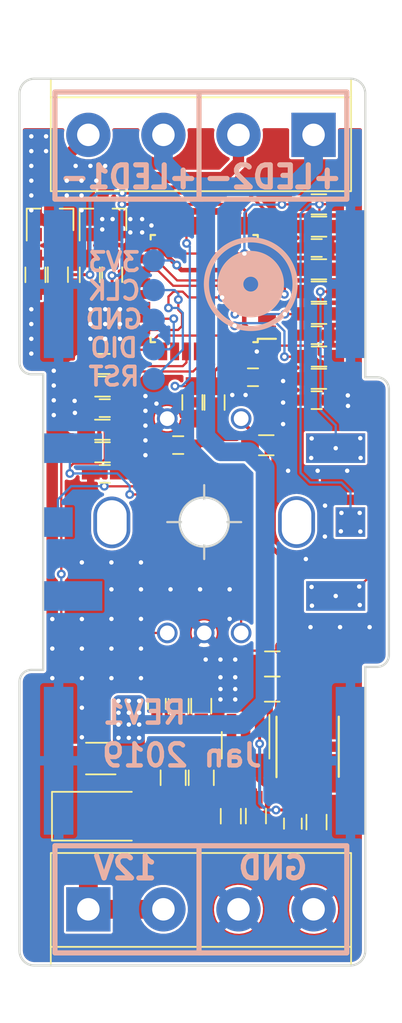
<source format=kicad_pcb>
(kicad_pcb (version 20171130) (host pcbnew "(5.0.0)")
  (layers (0 F.Cu signal) (31 B.Cu signal) (34 B.Paste user hide) (35 F.Paste user hide) (36 B.SilkS user) (37 F.SilkS user) (38 B.Mask user) (39 F.Mask user) (44 Edge.Cuts user))
  (net 0 "")
  (net 1 +3V3)
  (net 2 "Net-(C1-Pad1)")
  (net 3 /BTN1)
  (net 4 GND)
  (net 5 "Net-(C3-Pad1)")
  (net 6 "Net-(C3-Pad2)")
  (net 7 /BTN2)
  (net 8 +12P)
  (net 9 /RE1_B_F)
  (net 10 /RE1_A_F)
  (net 11 /RE2_B_F)
  (net 12 /RE2_A_F)
  (net 13 +12V)
  (net 14 "Net-(L1-Pad1)")
  (net 15 /LED2)
  (net 16 "Net-(Q1-Pad1)")
  (net 17 "Net-(Q2-Pad1)")
  (net 18 /LED1)
  (net 19 /BTN1_F)
  (net 20 /BTN2_F)
  (net 21 "Net-(R7-Pad2)")
  (net 22 /RE1_A)
  (net 23 /RE1_B)
  (net 24 /NRST)
  (net 25 "Net-(R15-Pad1)")
  (net 26 /RE2_A)
  (net 27 /RE2_B)
  (net 28 /LED2_GATE)
  (net 29 /LED1_GATE)
  (net 30 "Net-(U2-Pad30)")
  (net 31 "Net-(U2-Pad29)")
  (net 32 "Net-(U2-Pad26)")
  (net 33 "Net-(U2-Pad25)")
  (net 34 /SWCLK)
  (net 35 /SWDIO)
  (net 36 "Net-(U2-Pad22)")
  (net 37 "Net-(U2-Pad21)")
  (net 38 "Net-(U2-Pad20)")
  (net 39 "Net-(U2-Pad13)")
  (net 40 "Net-(U2-Pad12)")
  (net 41 "Net-(U2-Pad11)")
  (net 42 "Net-(U2-Pad10)")
  (net 43 "Net-(U2-Pad7)")
  (net 44 "Net-(U2-Pad6)")
  (net 45 "Net-(U2-Pad3)")
  (net 46 "Net-(U2-Pad2)")
  (net 47 "Net-(J4-Pad1)")
  (module Measurement_Points:Measurement_Point_Round-SMD-Pad_Big (layer F.Cu) (at 151.99868 87.5925)
    (fp_text reference REF** hide)
    (fp_text value Measurement_Point_Round-SMD-Pad_Big hide)
    (pad 1 smd rect (at 0 0) (size 3 1) (layers F.Cu F.Mask) (net 4 GND))
  )
  (module Measurement_Points:Measurement_Point_Round-SMD-Pad_Big (layer F.Cu) (at 151.99868 92.5975)
    (fp_text reference REF** hide)
    (fp_text value Measurement_Point_Round-SMD-Pad_Big hide)
    (pad 1 smd rect (at 0 0) (size 3 1) (layers F.Cu F.Mask) (net 4 GND))
  )
  (module Measurement_Points:Measurement_Point_Round-SMD-Pad_Big (layer F.Cu) (at 151.49068 85.09)
    (fp_text reference REF** hide)
    (fp_text value Measurement_Point_Round-SMD-Pad_Big hide)
    (pad 1 smd rect (at 0 0) (size 4 2) (layers F.Cu F.Mask) (net 26 /RE2_A))
  )
  (module Measurement_Points:Measurement_Point_Round-SMD-Pad_Big (layer F.Cu) (at 152.49144 90.095)
    (fp_text reference REF** hide)
    (fp_text value Measurement_Point_Round-SMD-Pad_Big hide)
    (pad 1 smd rect (at 0 0) (size 2 2) (layers F.Cu F.Mask) (net 7 /BTN2))
  )
  (module Measurement_Points:Measurement_Point_Round-SMD-Pad_Big (layer F.Cu) (at 151.5 95.1)
    (fp_text reference REF** hide)
    (fp_text value Measurement_Point_Round-SMD-Pad_Big hide)
    (pad 1 smd rect (at 0 0) (size 4 2) (layers F.Cu F.Mask) (net 27 /RE2_B))
  )
  (module Measurement_Points:Measurement_Point_Round-SMD-Pad_Small (layer B.Cu) (at 139.184999 80.41)
    (fp_text reference REF** hide)
    (fp_text value Measurement_Point_Round-SMD-Pad_Small hide)
    (pad 1 smd circle (at 0 0) (size 1.5 1.5) (layers B.Cu B.Mask) (net 24 /NRST))
  )
  (module Measurement_Points:Measurement_Point_Round-SMD-Pad_Small (layer B.Cu) (at 139.184999 78.4075)
    (fp_text reference REF** hide)
    (fp_text value Measurement_Point_Round-SMD-Pad_Small hide)
    (pad 1 smd circle (at 0 0) (size 1.5 1.5) (layers B.Cu B.Mask) (net 35 /SWDIO))
  )
  (module Measurement_Points:Measurement_Point_Round-SMD-Pad_Small (layer B.Cu) (at 139.184999 76.405)
    (fp_text reference REF** hide)
    (fp_text value Measurement_Point_Round-SMD-Pad_Small hide)
    (pad 1 smd circle (at 0 0) (size 1.5 1.5) (layers B.Cu B.Mask) (net 4 GND))
  )
  (module Measurement_Points:Measurement_Point_Round-SMD-Pad_Small (layer B.Cu) (at 139.184999 74.4025)
    (fp_text reference REF** hide)
    (fp_text value Measurement_Point_Round-SMD-Pad_Small hide)
    (pad 1 smd circle (at 0 0) (size 1.5 1.5) (layers B.Cu B.Mask) (net 34 /SWCLK))
  )
  (module Measurement_Points:Measurement_Point_Round-SMD-Pad_Big (layer B.Cu) (at 133.7 95.1)
    (fp_text reference REF** hide)
    (fp_text value Measurement_Point_Round-SMD-Pad_Big hide)
    (pad 1 smd rect (at 0 0) (size 4 2) (layers B.Cu B.Mask) (net 23 /RE1_B))
  )
  (module Measurement_Points:Measurement_Point_Round-SMD-Pad_Big (layer B.Cu) (at 133.7 85.1)
    (fp_text reference REF** hide)
    (fp_text value Measurement_Point_Round-SMD-Pad_Big hide)
    (pad 1 smd rect (at 0 0) (size 4 2) (layers B.Cu B.Mask) (net 22 /RE1_A))
  )
  (module Measurement_Points:Measurement_Point_Round-SMD-Pad_Big (layer B.Cu) (at 132.7 90.1)
    (fp_text reference REF** hide)
    (fp_text value Measurement_Point_Round-SMD-Pad_Big hide)
    (pad 1 smd rect (at 0 0) (size 2 2) (layers B.Cu B.Mask) (net 3 /BTN1))
  )
  (module Measurement_Points:Measurement_Point_Round-SMD-Pad_Big (layer B.Cu) (at 151.5 95.1)
    (fp_text reference REF** hide)
    (fp_text value Measurement_Point_Round-SMD-Pad_Big hide)
    (pad 1 smd rect (at 0 0) (size 4 2) (layers B.Cu B.Mask) (net 27 /RE2_B))
  )
  (module Measurement_Points:Measurement_Point_Round-SMD-Pad_Big (layer B.Cu) (at 152.5 90.1)
    (fp_text reference REF** hide)
    (fp_text value Measurement_Point_Round-SMD-Pad_Big hide)
    (pad 1 smd rect (at 0 0) (size 2 2) (layers B.Cu B.Mask) (net 7 /BTN2))
  )
  (module Measurement_Points:Measurement_Point_Round-SMD-Pad_Big (layer B.Cu) (at 152.5 106.25)
    (fp_text reference REF** hide)
    (fp_text value Measurement_Point_Round-SMD-Pad_Big hide)
    (pad 1 smd rect (at 0 0) (size 2 10) (layers B.Cu B.Mask) (net 4 GND))
  )
  (module Measurement_Points:Measurement_Point_Round-SMD-Pad_Big (layer B.Cu) (at 132.75 106.25)
    (fp_text reference REF** hide)
    (fp_text value Measurement_Point_Round-SMD-Pad_Big hide)
    (pad 1 smd rect (at 0 0) (size 2 10) (layers B.Cu B.Mask) (net 4 GND))
  )
  (module Measurement_Points:Measurement_Point_Round-SMD-Pad_Big (layer B.Cu) (at 132.75 74)
    (fp_text reference REF** hide)
    (fp_text value Measurement_Point_Round-SMD-Pad_Big hide)
    (pad 1 smd rect (at 0 0) (size 2 10) (layers B.Cu B.Mask) (net 4 GND))
  )
  (module Capacitors_SMD:C_0603_HandSoldering (layer F.Cu) (at 139.4 102.4 90)
    (fp_text reference C1 hide)
    (fp_text value DNS)
    (pad 2 smd rect (at 0.95 0 90) (size 1.2 0.75) (layers F.Cu F.Paste F.Mask) (net 1 +3V3))
    (pad 1 smd rect (at -0.95 0 90) (size 1.2 0.75) (layers F.Cu F.Paste F.Mask) (net 2 "Net-(C1-Pad1)"))
  )
  (module Capacitors_SMD:C_0603_HandSoldering (layer F.Cu) (at 140.84 84.89)
    (fp_text reference C2 hide)
    (fp_text value 100n)
    (pad 2 smd rect (at 0.95 0) (size 1.2 0.75) (layers F.Cu F.Paste F.Mask) (net 3 /BTN1))
    (pad 1 smd rect (at -0.95 0) (size 1.2 0.75) (layers F.Cu F.Paste F.Mask) (net 4 GND))
  )
  (module Capacitors_SMD:C_0603_HandSoldering (layer F.Cu) (at 148.6 110.5 90)
    (fp_text reference C3 hide)
    (fp_text value 100n)
    (pad 1 smd rect (at -0.95 0 90) (size 1.2 0.75) (layers F.Cu F.Paste F.Mask) (net 5 "Net-(C3-Pad1)"))
    (pad 2 smd rect (at 0.95 0 90) (size 1.2 0.75) (layers F.Cu F.Paste F.Mask) (net 6 "Net-(C3-Pad2)"))
  )
  (module Capacitors_SMD:C_0603_HandSoldering (layer F.Cu) (at 150.21 71.551666 180)
    (fp_text reference C4 hide)
    (fp_text value 100n)
    (pad 1 smd rect (at -0.95 0 180) (size 1.2 0.75) (layers F.Cu F.Paste F.Mask) (net 4 GND))
    (pad 2 smd rect (at 0.95 0 180) (size 1.2 0.75) (layers F.Cu F.Paste F.Mask) (net 7 /BTN2))
  )
  (module Capacitors_SMD:C_0805_HandSoldering (layer F.Cu) (at 147.2 101.4)
    (fp_text reference C6 hide)
    (fp_text value 10u)
    (pad 2 smd rect (at 1.25 0) (size 1.5 1.25) (layers F.Cu F.Paste F.Mask) (net 1 +3V3) (thermal_gap 0.1524))
    (pad 1 smd rect (at -1.25 0) (size 1.5 1.25) (layers F.Cu F.Paste F.Mask) (net 4 GND))
  )
  (module Capacitors_SMD:C_0805_HandSoldering (layer F.Cu) (at 147.21 99.7)
    (fp_text reference C7 hide)
    (fp_text value 10u)
    (pad 1 smd rect (at -1.25 0) (size 1.5 1.25) (layers F.Cu F.Paste F.Mask) (net 4 GND))
    (pad 2 smd rect (at 1.25 0) (size 1.5 1.25) (layers F.Cu F.Paste F.Mask) (net 1 +3V3) (thermal_gap 0.1524))
  )
  (module Capacitors_SMD:C_0805_HandSoldering (layer F.Cu) (at 140.5 107.4 90)
    (fp_text reference C8 hide)
    (fp_text value 4u7)
    (pad 2 smd rect (at 1.25 0 90) (size 1.5 1.25) (layers F.Cu F.Paste F.Mask) (net 8 +12P))
    (pad 1 smd rect (at -1.25 0 90) (size 1.5 1.25) (layers F.Cu F.Paste F.Mask) (net 4 GND))
  )
  (module Capacitors_SMD:C_0603_HandSoldering (layer F.Cu) (at 135.87 86.84)
    (fp_text reference C9 hide)
    (fp_text value 1n)
    (pad 1 smd rect (at -0.95 0) (size 1.2 0.75) (layers F.Cu F.Paste F.Mask) (net 4 GND))
    (pad 2 smd rect (at 0.95 0) (size 1.2 0.75) (layers F.Cu F.Paste F.Mask) (net 9 /RE1_B_F))
  )
  (module Capacitors_SMD:C_0603_HandSoldering (layer F.Cu) (at 135.87 82.389)
    (fp_text reference C10 hide)
    (fp_text value 1n)
    (pad 2 smd rect (at 0.95 0) (size 1.2 0.75) (layers F.Cu F.Paste F.Mask) (net 10 /RE1_A_F))
    (pad 1 smd rect (at -0.95 0) (size 1.2 0.75) (layers F.Cu F.Paste F.Mask) (net 4 GND))
  )
  (module Capacitors_SMD:C_0805_HandSoldering (layer F.Cu) (at 142.4 107.4 90)
    (fp_text reference C11 hide)
    (fp_text value 4u7)
    (pad 1 smd rect (at -1.25 0 90) (size 1.5 1.25) (layers F.Cu F.Paste F.Mask) (net 4 GND))
    (pad 2 smd rect (at 1.25 0 90) (size 1.5 1.25) (layers F.Cu F.Paste F.Mask) (net 8 +12P))
  )
  (module Capacitors_SMD:C_0603_HandSoldering (layer F.Cu) (at 150.21 81.85 180)
    (fp_text reference C12 hide)
    (fp_text value 1n)
    (pad 1 smd rect (at -0.95 0 180) (size 1.2 0.75) (layers F.Cu F.Paste F.Mask) (net 4 GND))
    (pad 2 smd rect (at 0.95 0 180) (size 1.2 0.75) (layers F.Cu F.Paste F.Mask) (net 11 /RE2_B_F))
  )
  (module Capacitors_SMD:C_0603_HandSoldering (layer F.Cu) (at 150.21 77.454998 180)
    (fp_text reference C13 hide)
    (fp_text value 1n)
    (pad 2 smd rect (at 0.95 0 180) (size 1.2 0.75) (layers F.Cu F.Paste F.Mask) (net 12 /RE2_A_F))
    (pad 1 smd rect (at -0.95 0 180) (size 1.2 0.75) (layers F.Cu F.Paste F.Mask) (net 4 GND))
  )
  (module Capacitors_SMD:C_0603_HandSoldering (layer F.Cu) (at 145.9 80.3 180)
    (fp_text reference C14 hide)
    (fp_text value 100n)
    (pad 2 smd rect (at 0.95 0 180) (size 1.2 0.75) (layers F.Cu F.Paste F.Mask) (net 4 GND))
    (pad 1 smd rect (at -0.95 0 180) (size 1.2 0.75) (layers F.Cu F.Paste F.Mask) (net 1 +3V3))
  )
  (module Diodes_SMD:D_SMA (layer F.Cu) (at 135.7 110)
    (fp_text reference D1 hide)
    (fp_text value SMAJ12)
    (pad 2 smd rect (at 2 0) (size 2.5 1.8) (layers F.Cu F.Paste F.Mask) (net 4 GND))
    (pad 1 smd rect (at -2 0) (size 2.5 1.8) (layers F.Cu F.Paste F.Mask) (net 13 +12V))
  )
  (module Resistors_SMD:R_1206_HandSoldering (layer F.Cu) (at 135.6 106.1)
    (fp_text reference F1 hide)
    (fp_text value 1A)
    (pad 2 smd rect (at 2 0) (size 2 1.7) (layers F.Cu F.Paste F.Mask) (net 8 +12P))
    (pad 1 smd rect (at -2 0) (size 2 1.7) (layers F.Cu F.Paste F.Mask) (net 13 +12V))
  )
  (module LOGICchain:Coil_1616 (layer F.Cu) (at 149.6 105.3 90)
    (fp_text reference L1 hide)
    (fp_text value 10u)
    (pad 2 smd rect (at 1.7018 0) (size 3.8 2) (layers F.Cu F.Paste F.Mask) (net 1 +3V3))
    (pad 1 smd rect (at -1.7018 0) (size 3.8 2) (layers F.Cu F.Paste F.Mask) (net 14 "Net-(L1-Pad1)"))
  )
  (module TO_SOT_Packages_SMD:SOT-23 (layer F.Cu) (at 135.75 69.65 90)
    (fp_text reference Q1 hide)
    (fp_text value Q_NMOS_GSD)
    (pad 3 smd rect (at 1 0 90) (size 0.9 0.8) (layers F.Cu F.Paste F.Mask) (net 15 /LED2))
    (pad 2 smd rect (at -1 0.95 90) (size 0.9 0.8) (layers F.Cu F.Paste F.Mask) (net 4 GND))
    (pad 1 smd rect (at -1 -0.95 90) (size 0.9 0.8) (layers F.Cu F.Paste F.Mask) (net 16 "Net-(Q1-Pad1)"))
  )
  (module TO_SOT_Packages_SMD:SOT-23 (layer F.Cu) (at 132.17 69.65 90)
    (fp_text reference Q2 hide)
    (fp_text value Q_NMOS_GSD)
    (pad 1 smd rect (at -1 -0.95 90) (size 0.9 0.8) (layers F.Cu F.Paste F.Mask) (net 17 "Net-(Q2-Pad1)"))
    (pad 2 smd rect (at -1 0.95 90) (size 0.9 0.8) (layers F.Cu F.Paste F.Mask) (net 4 GND))
    (pad 3 smd rect (at 1 0 90) (size 0.9 0.8) (layers F.Cu F.Paste F.Mask) (net 18 /LED1))
  )
  (module Resistors_SMD:R_0603_HandSoldering (layer F.Cu) (at 140.8675 102.56 270)
    (fp_text reference R1 hide)
    (fp_text value 22k)
    (pad 1 smd rect (at -1.1 0 270) (size 1.2 0.9) (layers F.Cu F.Paste F.Mask) (net 1 +3V3))
    (pad 2 smd rect (at 1.1 0 270) (size 1.2 0.9) (layers F.Cu F.Paste F.Mask) (net 2 "Net-(C1-Pad1)"))
  )
  (module Resistors_SMD:R_0603_HandSoldering (layer F.Cu) (at 142.4 102.55 90)
    (fp_text reference R2 hide)
    (fp_text value 6k8)
    (pad 1 smd rect (at -1.1 0 90) (size 1.2 0.9) (layers F.Cu F.Paste F.Mask) (net 2 "Net-(C1-Pad1)"))
    (pad 2 smd rect (at 1.1 0 90) (size 1.2 0.9) (layers F.Cu F.Paste F.Mask) (net 4 GND))
  )
  (module Resistors_SMD:R_0603_HandSoldering (layer F.Cu) (at 141.8 82 90)
    (fp_text reference R3 hide)
    (fp_text value 1k)
    (pad 1 smd rect (at -1.1 0 90) (size 1.2 0.9) (layers F.Cu F.Paste F.Mask) (net 3 /BTN1))
    (pad 2 smd rect (at 1.1 0 90) (size 1.2 0.9) (layers F.Cu F.Paste F.Mask) (net 19 /BTN1_F))
  )
  (module Resistors_SMD:R_0603_HandSoldering (layer F.Cu) (at 146.8 84.9)
    (fp_text reference R4 hide)
    (fp_text value DNS)
    (pad 2 smd rect (at 1.1 0) (size 1.2 0.9) (layers F.Cu F.Paste F.Mask) (net 1 +3V3))
    (pad 1 smd rect (at -1.1 0) (size 1.2 0.9) (layers F.Cu F.Paste F.Mask) (net 3 /BTN1))
  )
  (module Resistors_SMD:R_0603_HandSoldering (layer F.Cu) (at 150.2 110.4 270)
    (fp_text reference R5 hide)
    (fp_text value 10R)
    (pad 1 smd rect (at -1.1 0 270) (size 1.2 0.9) (layers F.Cu F.Paste F.Mask) (net 14 "Net-(L1-Pad1)"))
    (pad 2 smd rect (at 1.1 0 270) (size 1.2 0.9) (layers F.Cu F.Paste F.Mask) (net 5 "Net-(C3-Pad1)"))
  )
  (module Resistors_SMD:R_0603_HandSoldering (layer F.Cu) (at 150.36 68.6 180)
    (fp_text reference R6 hide)
    (fp_text value 1k)
    (pad 2 smd rect (at 1.1 0 180) (size 1.2 0.9) (layers F.Cu F.Paste F.Mask) (net 20 /BTN2_F))
    (pad 1 smd rect (at -1.1 0 180) (size 1.2 0.9) (layers F.Cu F.Paste F.Mask) (net 7 /BTN2))
  )
  (module Resistors_SMD:R_0603_HandSoldering (layer F.Cu) (at 146.1 109.99 270)
    (fp_text reference R7 hide)
    (fp_text value 56k)
    (pad 2 smd rect (at 1.1 0 270) (size 1.2 0.9) (layers F.Cu F.Paste F.Mask) (net 21 "Net-(R7-Pad2)"))
    (pad 1 smd rect (at -1.1 0 270) (size 1.2 0.9) (layers F.Cu F.Paste F.Mask) (net 8 +12P))
  )
  (module Resistors_SMD:R_0603_HandSoldering (layer F.Cu) (at 144.4 110 270)
    (fp_text reference R8 hide)
    (fp_text value 10k)
    (pad 1 smd rect (at -1.1 0 270) (size 1.2 0.9) (layers F.Cu F.Paste F.Mask) (net 21 "Net-(R7-Pad2)"))
    (pad 2 smd rect (at 1.1 0 270) (size 1.2 0.9) (layers F.Cu F.Paste F.Mask) (net 4 GND))
  )
  (module Resistors_SMD:R_0603_HandSoldering (layer F.Cu) (at 150.37 70.108333)
    (fp_text reference R9 hide)
    (fp_text value DNS)
    (pad 2 smd rect (at 1.1 0) (size 1.2 0.9) (layers F.Cu F.Paste F.Mask) (net 1 +3V3))
    (pad 1 smd rect (at -1.1 0) (size 1.2 0.9) (layers F.Cu F.Paste F.Mask) (net 7 /BTN2))
  )
  (module Resistors_SMD:R_0603_HandSoldering (layer F.Cu) (at 135.71 83.851 180)
    (fp_text reference R10 hide)
    (fp_text value DNS)
    (pad 1 smd rect (at -1.1 0 180) (size 1.2 0.9) (layers F.Cu F.Paste F.Mask) (net 9 /RE1_B_F))
    (pad 2 smd rect (at 1.1 0 180) (size 1.2 0.9) (layers F.Cu F.Paste F.Mask) (net 1 +3V3))
  )
  (module Resistors_SMD:R_0603_HandSoldering (layer F.Cu) (at 135.71 79.4 180)
    (fp_text reference R11 hide)
    (fp_text value DNS)
    (pad 2 smd rect (at 1.1 0 180) (size 1.2 0.9) (layers F.Cu F.Paste F.Mask) (net 1 +3V3))
    (pad 1 smd rect (at -1.1 0 180) (size 1.2 0.9) (layers F.Cu F.Paste F.Mask) (net 10 /RE1_A_F))
  )
  (module Resistors_SMD:R_0603_HandSoldering (layer F.Cu) (at 135.72 80.927)
    (fp_text reference R12 hide)
    (fp_text value 1k)
    (pad 2 smd rect (at 1.1 0) (size 1.2 0.9) (layers F.Cu F.Paste F.Mask) (net 10 /RE1_A_F))
    (pad 1 smd rect (at -1.1 0) (size 1.2 0.9) (layers F.Cu F.Paste F.Mask) (net 22 /RE1_A))
  )
  (module Resistors_SMD:R_0603_HandSoldering (layer F.Cu) (at 135.72 85.378)
    (fp_text reference R13 hide)
    (fp_text value 1k)
    (pad 1 smd rect (at -1.1 0) (size 1.2 0.9) (layers F.Cu F.Paste F.Mask) (net 23 /RE1_B))
    (pad 2 smd rect (at 1.1 0) (size 1.2 0.9) (layers F.Cu F.Paste F.Mask) (net 9 /RE1_B_F))
  )
  (module Resistors_SMD:R_0603_HandSoldering (layer F.Cu) (at 150.36 72.994999 180)
    (fp_text reference R14 hide)
    (fp_text value 10k)
    (pad 1 smd rect (at -1.1 0 180) (size 1.2 0.9) (layers F.Cu F.Paste F.Mask) (net 1 +3V3))
    (pad 2 smd rect (at 1.1 0 180) (size 1.2 0.9) (layers F.Cu F.Paste F.Mask) (net 24 /NRST))
  )
  (module Resistors_SMD:R_0603_HandSoldering (layer F.Cu) (at 143.3 82.01 270)
    (fp_text reference R15 hide)
    (fp_text value 10k)
    (pad 2 smd rect (at 1.1 0 270) (size 1.2 0.9) (layers F.Cu F.Paste F.Mask) (net 4 GND))
    (pad 1 smd rect (at -1.1 0 270) (size 1.2 0.9) (layers F.Cu F.Paste F.Mask) (net 25 "Net-(R15-Pad1)"))
  )
  (module Resistors_SMD:R_0603_HandSoldering (layer F.Cu) (at 150.37 78.898331)
    (fp_text reference R16 hide)
    (fp_text value DNS)
    (pad 2 smd rect (at 1.1 0) (size 1.2 0.9) (layers F.Cu F.Paste F.Mask) (net 1 +3V3))
    (pad 1 smd rect (at -1.1 0) (size 1.2 0.9) (layers F.Cu F.Paste F.Mask) (net 11 /RE2_B_F))
  )
  (module Resistors_SMD:R_0603_HandSoldering (layer F.Cu) (at 150.37 76.011665)
    (fp_text reference R17 hide)
    (fp_text value DNS)
    (pad 1 smd rect (at -1.1 0) (size 1.2 0.9) (layers F.Cu F.Paste F.Mask) (net 12 /RE2_A_F))
    (pad 2 smd rect (at 1.1 0) (size 1.2 0.9) (layers F.Cu F.Paste F.Mask) (net 1 +3V3))
  )
  (module Resistors_SMD:R_0603_HandSoldering (layer F.Cu) (at 150.36 74.503332 180)
    (fp_text reference R18 hide)
    (fp_text value 1k)
    (pad 1 smd rect (at -1.1 0 180) (size 1.2 0.9) (layers F.Cu F.Paste F.Mask) (net 26 /RE2_A))
    (pad 2 smd rect (at 1.1 0 180) (size 1.2 0.9) (layers F.Cu F.Paste F.Mask) (net 12 /RE2_A_F))
  )
  (module Resistors_SMD:R_0603_HandSoldering (layer F.Cu) (at 150.36 80.406664 180)
    (fp_text reference R19 hide)
    (fp_text value 1k)
    (pad 2 smd rect (at 1.1 0 180) (size 1.2 0.9) (layers F.Cu F.Paste F.Mask) (net 11 /RE2_B_F))
    (pad 1 smd rect (at -1.1 0 180) (size 1.2 0.9) (layers F.Cu F.Paste F.Mask) (net 27 /RE2_B))
  )
  (module Resistors_SMD:R_0603_HandSoldering (layer F.Cu) (at 136.37 73.36 270)
    (fp_text reference R20 hide)
    (fp_text value 100R)
    (pad 2 smd rect (at 1.1 0 270) (size 1.2 0.9) (layers F.Cu F.Paste F.Mask) (net 28 /LED2_GATE))
    (pad 1 smd rect (at -1.1 0 270) (size 1.2 0.9) (layers F.Cu F.Paste F.Mask) (net 16 "Net-(Q1-Pad1)"))
  )
  (module Resistors_SMD:R_0603_HandSoldering (layer F.Cu) (at 132.7 73.36 270)
    (fp_text reference R21 hide)
    (fp_text value 100R)
    (pad 2 smd rect (at 1.1 0 270) (size 1.2 0.9) (layers F.Cu F.Paste F.Mask) (net 29 /LED1_GATE))
    (pad 1 smd rect (at -1.1 0 270) (size 1.2 0.9) (layers F.Cu F.Paste F.Mask) (net 17 "Net-(Q2-Pad1)"))
  )
  (module Resistors_SMD:R_0603_HandSoldering (layer F.Cu) (at 134.86 73.37 270)
    (fp_text reference R22 hide)
    (fp_text value 100k)
    (pad 1 smd rect (at -1.1 0 270) (size 1.2 0.9) (layers F.Cu F.Paste F.Mask) (net 16 "Net-(Q1-Pad1)"))
    (pad 2 smd rect (at 1.1 0 270) (size 1.2 0.9) (layers F.Cu F.Paste F.Mask) (net 4 GND))
  )
  (module Resistors_SMD:R_0603_HandSoldering (layer F.Cu) (at 131.18 73.37 270)
    (fp_text reference R23 hide)
    (fp_text value 100k)
    (pad 1 smd rect (at -1.1 0 270) (size 1.2 0.9) (layers F.Cu F.Paste F.Mask) (net 17 "Net-(Q2-Pad1)"))
    (pad 2 smd rect (at 1.1 0 270) (size 1.2 0.9) (layers F.Cu F.Paste F.Mask) (net 4 GND))
  )
  (module LOGICchain:EC11E09244BS (layer B.Cu) (at 142.6 85.1 180)
    (fp_text reference SW1 hide)
    (fp_text value Rotary_Encoder_Switch)
    (pad A thru_hole circle (at -2.5 -12.5 180) (size 1.4 1.4) (drill 1) (layers *.Cu *.Mask) (net 22 /RE1_A))
    (pad C thru_hole circle (at 0 -12.5 180) (size 1.4 1.4) (drill 1) (layers *.Cu *.Mask) (net 4 GND))
    (pad B thru_hole circle (at 2.5 -12.5 180) (size 1.4 1.4) (drill 1) (layers *.Cu *.Mask) (net 23 /RE1_B))
    (pad S2 thru_hole circle (at 2.5 2 180) (size 1.4 1.4) (drill 1) (layers *.Cu *.Mask) (net 4 GND))
    (pad S1 thru_hole circle (at -2.5 2 180) (size 1.4 1.4) (drill 1) (layers *.Cu *.Mask) (net 3 /BTN1))
    (pad 0 thru_hole oval (at -6.25 -5 180) (size 2.5 3.5) (drill oval 2 3) (layers *.Cu *.Mask))
    (pad 0 thru_hole oval (at 6.25 -5.02 180) (size 2.5 3.5) (drill oval 2 3) (layers *.Cu *.Mask))
  )
  (module TO_SOT_Packages_SMD:SOT-23-6_Handsoldering (layer F.Cu) (at 145.4 105.2 270)
    (fp_text reference U1 hide)
    (fp_text value BL9341)
    (pad 5 smd rect (at 1.35 0 270) (size 1.56 0.65) (layers F.Cu F.Paste F.Mask) (net 8 +12P))
    (pad 6 smd rect (at 1.35 -0.95 270) (size 1.56 0.65) (layers F.Cu F.Paste F.Mask) (net 14 "Net-(L1-Pad1)") (thermal_gap 0.1524))
    (pad 4 smd rect (at 1.35 0.95 270) (size 1.56 0.65) (layers F.Cu F.Paste F.Mask) (net 21 "Net-(R7-Pad2)"))
    (pad 3 smd rect (at -1.35 0.95 270) (size 1.56 0.65) (layers F.Cu F.Paste F.Mask) (net 2 "Net-(C1-Pad1)"))
    (pad 2 smd rect (at -1.35 0 270) (size 1.56 0.65) (layers F.Cu F.Paste F.Mask) (net 4 GND))
    (pad 1 smd rect (at -1.35 -0.95 270) (size 1.56 0.65) (layers F.Cu F.Paste F.Mask) (net 6 "Net-(C3-Pad2)"))
  )
  (module Connectors_Terminal_Blocks:TerminalBlock_bornier-4_P5.08mm (layer F.Cu) (at 150 63.9 180)
    (fp_text reference J1 hide)
    (fp_text value Conn_01x04)
    (pad 2 thru_hole circle (at 5.08 0 180) (size 3 3) (drill 1.52) (layers *.Cu *.Mask) (net 15 /LED2))
    (pad 3 thru_hole circle (at 10.16 0 180) (size 3 3) (drill 1.52) (layers *.Cu *.Mask) (net 8 +12P))
    (pad 1 thru_hole rect (at 0 0 180) (size 3 3) (drill 1.52) (layers *.Cu *.Mask) (net 8 +12P))
    (pad 4 thru_hole circle (at 15.24 0 180) (size 3 3) (drill 1.52) (layers *.Cu *.Mask) (net 18 /LED1))
  )
  (module Connectors_Terminal_Blocks:TerminalBlock_bornier-4_P5.08mm (layer F.Cu) (at 134.76 116.3)
    (fp_text reference J3 hide)
    (fp_text value Conn_01x04)
    (pad 4 thru_hole circle (at 15.24 0) (size 3 3) (drill 1.52) (layers *.Cu *.Mask) (net 4 GND))
    (pad 1 thru_hole rect (at 0 0) (size 3 3) (drill 1.52) (layers *.Cu *.Mask) (net 13 +12V))
    (pad 3 thru_hole circle (at 10.16 0) (size 3 3) (drill 1.52) (layers *.Cu *.Mask) (net 4 GND))
    (pad 2 thru_hole circle (at 5.08 0) (size 3 3) (drill 1.52) (layers *.Cu *.Mask) (net 13 +12V))
  )
  (module Housings_QFP:LQFP-32_7x7mm_Pitch0.8mm (layer F.Cu) (at 142.6 74.3 180)
    (fp_text reference U2 hide)
    (fp_text value STM32F031K6Tx)
    (pad 32 smd rect (at -2.8 -4.25 270) (size 1.2 0.6) (layers F.Cu F.Paste F.Mask) (net 4 GND))
    (pad 31 smd rect (at -2 -4.25 270) (size 1.2 0.6) (layers F.Cu F.Paste F.Mask) (net 25 "Net-(R15-Pad1)"))
    (pad 30 smd rect (at -1.2 -4.25 270) (size 1.2 0.6) (layers F.Cu F.Paste F.Mask) (net 30 "Net-(U2-Pad30)"))
    (pad 29 smd rect (at -0.4 -4.25 270) (size 1.2 0.6) (layers F.Cu F.Paste F.Mask) (net 31 "Net-(U2-Pad29)"))
    (pad 28 smd rect (at 0.4 -4.25 270) (size 1.2 0.6) (layers F.Cu F.Paste F.Mask) (net 9 /RE1_B_F))
    (pad 27 smd rect (at 1.2 -4.25 270) (size 1.2 0.6) (layers F.Cu F.Paste F.Mask) (net 10 /RE1_A_F))
    (pad 26 smd rect (at 2 -4.25 270) (size 1.2 0.6) (layers F.Cu F.Paste F.Mask) (net 32 "Net-(U2-Pad26)"))
    (pad 25 smd rect (at 2.8 -4.25 270) (size 1.2 0.6) (layers F.Cu F.Paste F.Mask) (net 33 "Net-(U2-Pad25)"))
    (pad 24 smd rect (at 4.25 -2.8 180) (size 1.2 0.6) (layers F.Cu F.Paste F.Mask) (net 34 /SWCLK))
    (pad 23 smd rect (at 4.25 -2 180) (size 1.2 0.6) (layers F.Cu F.Paste F.Mask) (net 35 /SWDIO))
    (pad 22 smd rect (at 4.25 -1.2 180) (size 1.2 0.6) (layers F.Cu F.Paste F.Mask) (net 36 "Net-(U2-Pad22)"))
    (pad 21 smd rect (at 4.25 -0.4 180) (size 1.2 0.6) (layers F.Cu F.Paste F.Mask) (net 37 "Net-(U2-Pad21)"))
    (pad 20 smd rect (at 4.25 0.4 180) (size 1.2 0.6) (layers F.Cu F.Paste F.Mask) (net 38 "Net-(U2-Pad20)"))
    (pad 19 smd rect (at 4.25 1.2 180) (size 1.2 0.6) (layers F.Cu F.Paste F.Mask) (net 11 /RE2_B_F))
    (pad 18 smd rect (at 4.25 2 180) (size 1.2 0.6) (layers F.Cu F.Paste F.Mask) (net 12 /RE2_A_F))
    (pad 17 smd rect (at 4.25 2.8 180) (size 1.2 0.6) (layers F.Cu F.Paste F.Mask) (net 1 +3V3))
    (pad 16 smd rect (at 2.8 4.25 270) (size 1.2 0.6) (layers F.Cu F.Paste F.Mask) (net 4 GND))
    (pad 15 smd rect (at 2 4.25 270) (size 1.2 0.6) (layers F.Cu F.Paste F.Mask) (net 20 /BTN2_F))
    (pad 14 smd rect (at 1.2 4.25 270) (size 1.2 0.6) (layers F.Cu F.Paste F.Mask) (net 19 /BTN1_F))
    (pad 13 smd rect (at 0.4 4.25 270) (size 1.2 0.6) (layers F.Cu F.Paste F.Mask) (net 39 "Net-(U2-Pad13)"))
    (pad 12 smd rect (at -0.4 4.25 270) (size 1.2 0.6) (layers F.Cu F.Paste F.Mask) (net 40 "Net-(U2-Pad12)"))
    (pad 11 smd rect (at -1.2 4.25 270) (size 1.2 0.6) (layers F.Cu F.Paste F.Mask) (net 41 "Net-(U2-Pad11)"))
    (pad 10 smd rect (at -2 4.25 270) (size 1.2 0.6) (layers F.Cu F.Paste F.Mask) (net 42 "Net-(U2-Pad10)"))
    (pad 9 smd rect (at -2.8 4.25 270) (size 1.2 0.6) (layers F.Cu F.Paste F.Mask) (net 28 /LED2_GATE))
    (pad 8 smd rect (at -4.25 2.8 180) (size 1.2 0.6) (layers F.Cu F.Paste F.Mask) (net 29 /LED1_GATE))
    (pad 7 smd rect (at -4.25 2 180) (size 1.2 0.6) (layers F.Cu F.Paste F.Mask) (net 43 "Net-(U2-Pad7)"))
    (pad 6 smd rect (at -4.25 1.2 180) (size 1.2 0.6) (layers F.Cu F.Paste F.Mask) (net 44 "Net-(U2-Pad6)"))
    (pad 5 smd rect (at -4.25 0.4 180) (size 1.2 0.6) (layers F.Cu F.Paste F.Mask) (net 1 +3V3))
    (pad 4 smd rect (at -4.25 -0.4 180) (size 1.2 0.6) (layers F.Cu F.Paste F.Mask) (net 24 /NRST))
    (pad 3 smd rect (at -4.25 -1.2 180) (size 1.2 0.6) (layers F.Cu F.Paste F.Mask) (net 45 "Net-(U2-Pad3)"))
    (pad 2 smd rect (at -4.25 -2 180) (size 1.2 0.6) (layers F.Cu F.Paste F.Mask) (net 46 "Net-(U2-Pad2)"))
    (pad 1 smd rect (at -4.25 -2.8 180) (size 1.2 0.6) (layers F.Cu F.Paste F.Mask) (net 1 +3V3))
  )
  (module Mounting_Holes:MountingHole_3mm (layer F.Cu) (at 142.6 90.1)
    (fp_text reference J4 hide)
    (fp_text value Conn_01x01)
    (pad 1 np_thru_hole circle (at 0 0) (size 3 3) (drill 3) (layers *.Cu *.Mask) (net 47 "Net-(J4-Pad1)"))
  )
  (module Measurement_Points:Measurement_Point_Round-SMD-Pad_Big (layer B.Cu) (at 152.5 74)
    (fp_text reference REF** hide)
    (fp_text value Measurement_Point_Round-SMD-Pad_Big hide)
    (pad 1 smd rect (at 0 0) (size 2 10) (layers B.Cu B.Mask) (net 4 GND))
  )
  (module Measurement_Points:Measurement_Point_Round-SMD-Pad_Big (layer B.Cu) (at 151.5 85.1)
    (fp_text reference REF** hide)
    (fp_text value Measurement_Point_Round-SMD-Pad_Big hide)
    (pad 1 smd rect (at 0 0) (size 4 2) (layers B.Cu B.Mask) (net 26 /RE2_A))
  )
  (module Measurement_Points:Measurement_Point_Round-SMD-Pad_Small (layer B.Cu) (at 139.184999 72.4)
    (fp_text reference REF** hide)
    (fp_text value Measurement_Point_Round-SMD-Pad_Small hide)
    (pad 1 smd circle (at 0 0) (size 1.5 1.5) (layers B.Cu B.Mask) (net 1 +3V3))
  )
  (module LOGICchain:MyLogo (layer B.Cu) (at 145.75 74)
    (fp_text reference REF** hide)
    (fp_text value MyLogo hide)
  )
  (gr_text RST (at 136.5 80.25) (layer B.SilkS) (effects (font (size 1.25 1.25) (thickness 0.25)) (justify mirror)))
  (gr_text DIO (at 136.5 78.3125) (layer B.SilkS) (effects (font (size 1.25 1.25) (thickness 0.25)) (justify mirror)))
  (gr_text GND (at 136.5 76.375) (layer B.SilkS) (effects (font (size 1.25 1.25) (thickness 0.25)) (justify mirror)))
  (gr_text CLK (at 136.5 74.4375) (layer B.SilkS) (effects (font (size 1.25 1.25) (thickness 0.25)) (justify mirror)))
  (gr_text 3V3 (at 136.5 72.5) (layer B.SilkS) (effects (font (size 1.25 1.25) (thickness 0.25)) (justify mirror)))
  (gr_text GND (at 147.25 113.5) (layer B.SilkS) (effects (font (size 1.5 1.5) (thickness 0.35)) (justify mirror)))
  (gr_line (start 132.5 112) (end 142.25 112) (layer B.SilkS) (width 0.35))
  (gr_text 12V (at 137.25 113.5) (layer B.SilkS) (effects (font (size 1.5 1.5) (thickness 0.35)) (justify mirror)))
  (gr_line (start 142.5 119.25) (end 132.5 119.25) (layer B.SilkS) (width 0.35))
  (gr_line (start 152.25 119.25) (end 142.25 119.25) (layer B.SilkS) (width 0.35))
  (gr_line (start 142.25 112) (end 142.25 119.25) (layer B.SilkS) (width 0.35))
  (gr_line (start 142.25 112) (end 152.25 112) (layer B.SilkS) (width 0.35))
  (gr_line (start 152.25 112) (end 152.25 119.25) (layer B.SilkS) (width 0.35))
  (gr_line (start 132.5 119.25) (end 132.5 112) (layer B.SilkS) (width 0.35))
  (gr_text +LED2- (at 147.25 66.75) (layer B.SilkS) (effects (font (size 1.5 1.5) (thickness 0.35)) (justify mirror)))
  (gr_text +LED1- (at 137.5 66.75) (layer B.SilkS) (effects (font (size 1.5 1.5) (thickness 0.35)) (justify mirror)))
  (gr_line (start 142.25 61) (end 152.25 61) (layer B.SilkS) (width 0.35))
  (gr_line (start 152.25 68.25) (end 142.25 68.25) (layer B.SilkS) (width 0.35))
  (gr_line (start 152.25 61) (end 152.25 68.25) (layer B.SilkS) (width 0.35))
  (gr_line (start 132.5 68.25) (end 132.5 61) (layer B.SilkS) (width 0.35))
  (gr_line (start 142.5 68.25) (end 132.5 68.25) (layer B.SilkS) (width 0.35))
  (gr_line (start 142.25 61) (end 142.25 68.25) (layer B.SilkS) (width 0.35))
  (gr_line (start 132.5 61) (end 142.25 61) (layer B.SilkS) (width 0.35))
  (gr_text REV1 (at 138.56208 102.98956) (layer B.SilkS) (effects (font (size 1.5 1.5) (thickness 0.3)) (justify mirror)))
  (gr_text "Jan 2019" (at 141.09192 105.88516) (layer B.SilkS) (effects (font (size 1.5 1.5) (thickness 0.3)) (justify mirror)))
  (gr_arc (start 130.9 100.9) (end 130.9 100.1) (angle -90) (layer Edge.Cuts) (width 0.15))
  (gr_arc (start 130.9 79.3) (end 130.1 79.3) (angle -90) (layer Edge.Cuts) (width 0.15))
  (gr_arc (start 154.3 81.1) (end 155.1 81.1) (angle -90) (layer Edge.Cuts) (width 0.15))
  (gr_arc (start 154.3 99.1) (end 154.3 99.9) (angle -90) (layer Edge.Cuts) (width 0.15))
  (gr_arc (start 152.5 119.1) (end 152.5 120.1) (angle -90) (layer Edge.Cuts) (width 0.15))
  (gr_arc (start 131.1 119.1) (end 130.1 119.1) (angle -90) (layer Edge.Cuts) (width 0.15))
  (gr_arc (start 152.5 61.1) (end 153.5 61.1) (angle -90) (layer Edge.Cuts) (width 0.15))
  (gr_arc (start 131.1 61.1) (end 131.1 60.1) (angle -90) (layer Edge.Cuts) (width 0.15))
  (gr_line (start 152.5 60.1) (end 131.1 60.1) (layer Edge.Cuts) (width 0.15))
  (gr_line (start 153.5 80.3) (end 153.5 61.1) (layer Edge.Cuts) (width 0.15))
  (gr_line (start 154.3 80.3) (end 153.5 80.3) (layer Edge.Cuts) (width 0.15))
  (gr_line (start 155.1 99.1) (end 155.1 81.1) (layer Edge.Cuts) (width 0.15))
  (gr_line (start 153.5 99.9) (end 154.3 99.9) (layer Edge.Cuts) (width 0.15))
  (gr_line (start 153.5 119.1) (end 153.5 99.9) (layer Edge.Cuts) (width 0.15))
  (gr_line (start 131.1 120.1) (end 152.5 120.1) (layer Edge.Cuts) (width 0.15))
  (gr_line (start 130.1 100.9) (end 130.1 119.1) (layer Edge.Cuts) (width 0.15))
  (gr_line (start 131.7 100.1) (end 130.9 100.1) (layer Edge.Cuts) (width 0.15))
  (gr_line (start 131.7 80.1) (end 131.7 100.1) (layer Edge.Cuts) (width 0.15))
  (gr_line (start 130.9 80.1) (end 131.7 80.1) (layer Edge.Cuts) (width 0.15))
  (gr_line (start 130.1 61.1) (end 130.1 79.3) (layer Edge.Cuts) (width 0.15))
  (target plus (at 142.6 90.1) (size 5) (width 0.15) (layer Edge.Cuts))
  (segment (start 148.46 101.39) (end 148.45 101.4) (width 0.762) (layer F.Cu) (net 1))
  (segment (start 148.46 99.7) (end 148.46 101.39) (width 0.762) (layer F.Cu) (net 1))
  (segment (start 148.45 101.4) (end 148.78 101.4) (width 0.762) (layer F.Cu) (net 1))
  (segment (start 148.45 101.4) (end 150 101.4) (width 0.254) (layer F.Cu) (net 1))
  (segment (start 140.9 101.4275) (end 140.8675 101.46) (width 0.2032) (layer F.Cu) (net 1))
  (segment (start 139.41 101.46) (end 139.4 101.45) (width 0.2032) (layer F.Cu) (net 1))
  (segment (start 140.8675 101.46) (end 139.41 101.46) (width 0.2032) (layer F.Cu) (net 1))
  (segment (start 146.84 80.31) (end 146.85 80.3) (width 0.3048) (layer F.Cu) (net 1))
  (segment (start 148.46 93.09) (end 146.84 91.47) (width 0.3048) (layer F.Cu) (net 1))
  (segment (start 146.85 77.1) (end 145.67 77.1) (width 0.3048) (layer F.Cu) (net 1))
  (segment (start 145.34 73.9) (end 145.31 73.87) (width 0.3048) (layer F.Cu) (net 1))
  (segment (start 145.39 74.19) (end 145.68 73.9) (width 0.3048) (layer F.Cu) (net 1))
  (segment (start 145.31 74.19) (end 145.39 74.19) (width 0.3048) (layer F.Cu) (net 1))
  (segment (start 145.68 73.9) (end 145.34 73.9) (width 0.3048) (layer F.Cu) (net 1))
  (segment (start 146.85 73.9) (end 145.68 73.9) (width 0.3048) (layer F.Cu) (net 1))
  (segment (start 145.31 74.19) (end 145.31 73.87) (width 0.3048) (layer F.Cu) (net 1))
  (segment (start 145.31 76.74) (end 145.31 74.19) (width 0.3048) (layer F.Cu) (net 1))
  (segment (start 151.285001 72.994999) (end 151.46 72.994999) (width 0.1524) (layer F.Cu) (net 1))
  (segment (start 152.291669 78.898331) (end 151.47 78.898331) (width 0.1524) (layer F.Cu) (net 1))
  (segment (start 152.73 78.46) (end 152.291669 78.898331) (width 0.1524) (layer F.Cu) (net 1))
  (segment (start 151.47 70.108333) (end 152.238333 70.108333) (width 0.1524) (layer F.Cu) (net 1))
  (segment (start 152.238333 70.108333) (end 152.73 70.6) (width 0.1524) (layer F.Cu) (net 1))
  (segment (start 152.724999 72.994999) (end 152.73 73) (width 0.1524) (layer F.Cu) (net 1))
  (segment (start 152.585001 72.994999) (end 152.73 72.85) (width 0.1524) (layer F.Cu) (net 1))
  (segment (start 152.55 72.994999) (end 152.585001 72.994999) (width 0.1524) (layer F.Cu) (net 1))
  (segment (start 152.73 72.85) (end 152.73 73) (width 0.1524) (layer F.Cu) (net 1))
  (segment (start 152.73 70.6) (end 152.73 72.85) (width 0.1524) (layer F.Cu) (net 1))
  (segment (start 152.55 72.994999) (end 152.724999 72.994999) (width 0.1524) (layer F.Cu) (net 1))
  (segment (start 151.46 72.994999) (end 152.55 72.994999) (width 0.1524) (layer F.Cu) (net 1))
  (segment (start 152.564999 72.994999) (end 152.73 73.16) (width 0.1524) (layer F.Cu) (net 1))
  (segment (start 152.55 72.994999) (end 152.564999 72.994999) (width 0.1524) (layer F.Cu) (net 1))
  (segment (start 152.73 73) (end 152.73 73.16) (width 0.1524) (layer F.Cu) (net 1))
  (segment (start 152.711665 76.011665) (end 152.73 76.03) (width 0.1524) (layer F.Cu) (net 1))
  (segment (start 152.55 75.97) (end 152.73 75.79) (width 0.1524) (layer F.Cu) (net 1))
  (segment (start 152.55 76.011665) (end 152.55 75.97) (width 0.1524) (layer F.Cu) (net 1))
  (segment (start 152.73 75.79) (end 152.73 76.03) (width 0.1524) (layer F.Cu) (net 1))
  (segment (start 152.73 73.16) (end 152.73 75.79) (width 0.1524) (layer F.Cu) (net 1))
  (segment (start 152.55 76.011665) (end 152.711665 76.011665) (width 0.1524) (layer F.Cu) (net 1))
  (segment (start 151.47 76.011665) (end 152.55 76.011665) (width 0.1524) (layer F.Cu) (net 1))
  (segment (start 152.551665 76.011665) (end 152.73 76.19) (width 0.1524) (layer F.Cu) (net 1))
  (segment (start 152.55 76.011665) (end 152.551665 76.011665) (width 0.1524) (layer F.Cu) (net 1))
  (segment (start 152.73 76.03) (end 152.73 76.19) (width 0.1524) (layer F.Cu) (net 1))
  (segment (start 152.73 76.19) (end 152.73 78.46) (width 0.1524) (layer F.Cu) (net 1))
  (segment (start 139.37 71.5) (end 138.35 71.5) (width 0.3048) (layer F.Cu) (net 1))
  (segment (start 139.51 71.5) (end 139.37 71.5) (width 0.3048) (layer F.Cu) (net 1))
  (segment (start 141.06 73.05) (end 139.51 71.5) (width 0.3048) (layer F.Cu) (net 1))
  (segment (start 145.31 73.87) (end 144.49 73.05) (width 0.3048) (layer F.Cu) (net 1))
  (segment (start 144.49 73.05) (end 141.06 73.05) (width 0.3048) (layer F.Cu) (net 1))
  (segment (start 148.46 98.7) (end 148.46 93.09) (width 0.3048) (layer F.Cu) (net 1))
  (segment (start 148.46 99.7) (end 148.46 98.7) (width 0.3048) (layer F.Cu) (net 1))
  (segment (start 140.8675 99.5025) (end 140.8675 101.46) (width 0.1524) (layer F.Cu) (net 1))
  (segment (start 141.57 98.8) (end 140.8675 99.5025) (width 0.1524) (layer F.Cu) (net 1))
  (segment (start 148.46 98.7) (end 148.36 98.8) (width 0.1524) (layer F.Cu) (net 1))
  (segment (start 148.36 98.8) (end 141.57 98.8) (width 0.1524) (layer F.Cu) (net 1))
  (segment (start 146.87 84.9) (end 146.84 84.87) (width 0.254) (layer F.Cu) (net 1))
  (segment (start 147.9 84.9) (end 146.87 84.9) (width 0.254) (layer F.Cu) (net 1))
  (segment (start 146.84 91.47) (end 146.84 84.87) (width 0.3048) (layer F.Cu) (net 1))
  (segment (start 146.84 84.87) (end 146.84 80.31) (width 0.3048) (layer F.Cu) (net 1))
  (segment (start 133.611 83.851) (end 134.61 83.851) (width 0.1524) (layer F.Cu) (net 1))
  (segment (start 133.24 83.48) (end 133.611 83.851) (width 0.1524) (layer F.Cu) (net 1))
  (segment (start 133.24 79.78) (end 133.24 83.48) (width 0.1524) (layer F.Cu) (net 1))
  (segment (start 134.61 79.4) (end 133.62 79.4) (width 0.1524) (layer F.Cu) (net 1))
  (segment (start 133.62 79.4) (end 133.24 79.78) (width 0.1524) (layer F.Cu) (net 1))
  (via (at 140.74 72.71) (size 0.6) (drill 0.3) (layers F.Cu B.Cu) (net 1))
  (segment (start 139.184999 72.4) (end 140.43 72.4) (width 0.1524) (layer B.Cu) (net 1))
  (segment (start 140.43 72.4) (end 140.74 72.71) (width 0.1524) (layer B.Cu) (net 1))
  (segment (start 145.67 77.12) (end 145.67 77.1) (width 0.1524) (layer F.Cu) (net 1))
  (segment (start 134.61 78.72) (end 134.89 78.44) (width 0.1524) (layer F.Cu) (net 1))
  (segment (start 134.61 79.4) (end 134.61 78.72) (width 0.1524) (layer F.Cu) (net 1))
  (segment (start 134.89 78.44) (end 138.51 78.44) (width 0.1524) (layer F.Cu) (net 1))
  (segment (start 138.51 78.44) (end 139.47 77.48) (width 0.1524) (layer F.Cu) (net 1))
  (segment (start 139.47 77.48) (end 145.31 77.48) (width 0.1524) (layer F.Cu) (net 1))
  (segment (start 145.47104 77.31624) (end 145.4724 77.3176) (width 0.1524) (layer F.Cu) (net 1))
  (segment (start 145.47104 76.90104) (end 145.47104 77.31624) (width 0.1524) (layer F.Cu) (net 1))
  (segment (start 145.4724 77.3176) (end 145.67 77.12) (width 0.1524) (layer F.Cu) (net 1))
  (segment (start 145.31 77.48) (end 145.4724 77.3176) (width 0.1524) (layer F.Cu) (net 1))
  (segment (start 145.47104 76.90104) (end 145.31 76.74) (width 0.3048) (layer F.Cu) (net 1))
  (segment (start 145.67 77.1) (end 145.47104 76.90104) (width 0.3048) (layer F.Cu) (net 1))
  (segment (start 146.85 78.16088) (end 146.85 77.1) (width 0.3048) (layer F.Cu) (net 1))
  (segment (start 146.85 80.3) (end 146.85 78.16088) (width 0.3048) (layer F.Cu) (net 1))
  (segment (start 150.495851 78.898331) (end 151.47 78.898331) (width 0.1524) (layer F.Cu) (net 1))
  (segment (start 150.34768 78.75016) (end 150.495851 78.898331) (width 0.1524) (layer F.Cu) (net 1))
  (segment (start 150.34768 78.31328) (end 150.34768 78.75016) (width 0.1524) (layer F.Cu) (net 1))
  (segment (start 146.85 78.16088) (end 150.19528 78.16088) (width 0.1524) (layer F.Cu) (net 1))
  (segment (start 150.19528 78.16088) (end 150.34768 78.31328) (width 0.1524) (layer F.Cu) (net 1))
  (segment (start 139.71 103.66) (end 140.8675 103.66) (width 0.254) (layer F.Cu) (net 2))
  (segment (start 139.4 103.35) (end 139.71 103.66) (width 0.254) (layer F.Cu) (net 2))
  (segment (start 142.39 103.66) (end 142.4 103.65) (width 0.254) (layer F.Cu) (net 2))
  (segment (start 140.8675 103.66) (end 142.39 103.66) (width 0.254) (layer F.Cu) (net 2))
  (segment (start 144.25 103.65) (end 144.45 103.85) (width 0.254) (layer F.Cu) (net 2))
  (segment (start 142.4 103.65) (end 144.25 103.65) (width 0.254) (layer F.Cu) (net 2))
  (segment (start 145.1 83.1) (end 145.1 83.25) (width 0.254) (layer F.Cu) (net 3))
  (segment (start 145.7 83.85) (end 145.7 84.9) (width 0.254) (layer F.Cu) (net 3))
  (segment (start 145.1 83.25) (end 145.7 83.85) (width 0.254) (layer F.Cu) (net 3))
  (segment (start 141.79 83.11) (end 141.8 83.1) (width 0.254) (layer F.Cu) (net 3))
  (segment (start 141.79 84.89) (end 141.79 83.11) (width 0.254) (layer F.Cu) (net 3))
  (segment (start 141.8 84.9) (end 141.79 84.89) (width 0.254) (layer F.Cu) (net 3))
  (segment (start 145.7 84.9) (end 141.8 84.9) (width 0.254) (layer F.Cu) (net 3))
  (via (at 135.84 87.67) (size 0.6) (drill 0.3) (layers F.Cu B.Cu) (net 3))
  (segment (start 132.7 88.57) (end 132.7 90.1) (width 0.1524) (layer B.Cu) (net 3))
  (segment (start 135.84 87.67) (end 133.6 87.67) (width 0.1524) (layer B.Cu) (net 3))
  (segment (start 133.6 87.67) (end 132.7 88.57) (width 0.1524) (layer B.Cu) (net 3))
  (segment (start 141.35862 86.11616) (end 141.79 85.68478) (width 0.1524) (layer F.Cu) (net 3))
  (segment (start 135.85 87.68) (end 138.11 87.68) (width 0.1524) (layer F.Cu) (net 3))
  (segment (start 135.84 87.67) (end 135.85 87.68) (width 0.1524) (layer F.Cu) (net 3))
  (segment (start 138.11 87.68) (end 138.48 87.31) (width 0.1524) (layer F.Cu) (net 3))
  (segment (start 138.48 87.31) (end 138.48 86.55892) (width 0.1524) (layer F.Cu) (net 3))
  (segment (start 141.79 85.68478) (end 141.79 84.89) (width 0.1524) (layer F.Cu) (net 3))
  (segment (start 138.48 86.55892) (end 138.92276 86.11616) (width 0.1524) (layer F.Cu) (net 3))
  (segment (start 138.92276 86.11616) (end 141.35862 86.11616) (width 0.1524) (layer F.Cu) (net 3))
  (via (at 144.7 99.4) (size 0.6) (drill 0.3) (layers F.Cu B.Cu) (net 4))
  (via (at 144.7 100.6) (size 0.6) (drill 0.3) (layers F.Cu B.Cu) (net 4))
  (via (at 144.7 101.4) (size 0.6) (drill 0.3) (layers F.Cu B.Cu) (net 4))
  (via (at 144.7 102.1) (size 0.6) (drill 0.3) (layers F.Cu B.Cu) (net 4))
  (via (at 143.7 99.4) (size 0.6) (drill 0.3) (layers F.Cu B.Cu) (net 4))
  (via (at 143.7 100.6) (size 0.6) (drill 0.3) (layers F.Cu B.Cu) (net 4))
  (via (at 143.7 102.1) (size 0.6) (drill 0.3) (layers F.Cu B.Cu) (net 4))
  (via (at 143.7 101.4) (size 0.6) (drill 0.3) (layers F.Cu B.Cu) (net 4))
  (via (at 142.7 99.4) (size 0.6) (drill 0.3) (layers F.Cu B.Cu) (net 4))
  (via (at 145.4 81.5) (size 0.6) (drill 0.3) (layers F.Cu B.Cu) (net 4))
  (via (at 144.5 81.5) (size 0.6) (drill 0.3) (layers F.Cu B.Cu) (net 4))
  (segment (start 145.4 79.85) (end 144.95 80.3) (width 0.3048) (layer F.Cu) (net 4))
  (segment (start 145.4 78.55) (end 145.4 79.85) (width 0.3048) (layer F.Cu) (net 4))
  (via (at 146.16 78.56) (size 0.6) (drill 0.3) (layers F.Cu B.Cu) (net 4))
  (segment (start 145.4 78.55) (end 146.15 78.55) (width 0.3048) (layer F.Cu) (net 4))
  (segment (start 146.15 78.55) (end 146.16 78.56) (width 0.3048) (layer F.Cu) (net 4))
  (via (at 152.32 81.53) (size 0.6) (drill 0.3) (layers F.Cu B.Cu) (net 4))
  (via (at 152.33 82.24) (size 0.6) (drill 0.3) (layers F.Cu B.Cu) (net 4))
  (segment (start 139.05 70.05) (end 139.03 70.03) (width 0.3048) (layer F.Cu) (net 4))
  (segment (start 139.8 70.05) (end 139.05 70.05) (width 0.3048) (layer F.Cu) (net 4))
  (via (at 139.03 70.03) (size 0.6) (drill 0.3) (layers F.Cu B.Cu) (net 4))
  (via (at 130.9 64) (size 0.6) (drill 0.3) (layers F.Cu B.Cu) (net 4))
  (via (at 130.9 65) (size 0.6) (drill 0.3) (layers F.Cu B.Cu) (net 4))
  (via (at 130.9 66) (size 0.6) (drill 0.3) (layers F.Cu B.Cu) (net 4))
  (via (at 130.9 67) (size 0.6) (drill 0.3) (layers F.Cu B.Cu) (net 4))
  (via (at 130.9 68) (size 0.6) (drill 0.3) (layers F.Cu B.Cu) (net 4))
  (via (at 130.9 69) (size 0.6) (drill 0.3) (layers F.Cu B.Cu) (net 4))
  (via (at 130.9 75.7) (size 0.6) (drill 0.3) (layers F.Cu B.Cu) (net 4))
  (via (at 130.9 76.7) (size 0.6) (drill 0.3) (layers F.Cu B.Cu) (net 4))
  (via (at 130.9 77.7) (size 0.6) (drill 0.3) (layers F.Cu B.Cu) (net 4))
  (via (at 130.9 78.7) (size 0.6) (drill 0.3) (layers F.Cu B.Cu) (net 4))
  (via (at 135.7 69.6) (size 0.6) (drill 0.3) (layers F.Cu B.Cu) (net 4))
  (via (at 135.7 70.3) (size 0.6) (drill 0.3) (layers F.Cu B.Cu) (net 4))
  (via (at 136.4 69.6) (size 0.6) (drill 0.3) (layers F.Cu B.Cu) (net 4))
  (via (at 137.6 69.6) (size 0.6) (drill 0.3) (layers F.Cu B.Cu) (net 4))
  (via (at 137.6 70.5) (size 0.6) (drill 0.3) (layers F.Cu B.Cu) (net 4))
  (via (at 138.4 70.5) (size 0.6) (drill 0.3) (layers F.Cu B.Cu) (net 4))
  (via (at 138.4 69.6) (size 0.6) (drill 0.3) (layers F.Cu B.Cu) (net 4))
  (via (at 133.3 67) (size 0.6) (drill 0.3) (layers F.Cu B.Cu) (net 4))
  (via (at 134.3 67) (size 0.6) (drill 0.3) (layers F.Cu B.Cu) (net 4))
  (via (at 135.3 67) (size 0.6) (drill 0.3) (layers F.Cu B.Cu) (net 4))
  (via (at 133.3 68) (size 0.6) (drill 0.3) (layers F.Cu B.Cu) (net 4))
  (via (at 134.3 68) (size 0.6) (drill 0.3) (layers F.Cu B.Cu) (net 4))
  (via (at 134.3 69) (size 0.6) (drill 0.3) (layers F.Cu B.Cu) (net 4))
  (via (at 133.9 66) (size 0.6) (drill 0.3) (layers F.Cu B.Cu) (net 4))
  (via (at 134.9 66) (size 0.6) (drill 0.3) (layers F.Cu B.Cu) (net 4))
  (via (at 135.9 66) (size 0.6) (drill 0.3) (layers F.Cu B.Cu) (net 4))
  (via (at 134.9 75.7) (size 0.6) (drill 0.3) (layers F.Cu B.Cu) (net 4))
  (via (at 135.9 75.7) (size 0.6) (drill 0.3) (layers F.Cu B.Cu) (net 4))
  (via (at 136.9 75.7) (size 0.6) (drill 0.3) (layers F.Cu B.Cu) (net 4))
  (via (at 134.9 76.7) (size 0.6) (drill 0.3) (layers F.Cu B.Cu) (net 4))
  (via (at 134.9 77.7) (size 0.6) (drill 0.3) (layers F.Cu B.Cu) (net 4))
  (via (at 135.9 76.7) (size 0.6) (drill 0.3) (layers F.Cu B.Cu) (net 4))
  (via (at 135.9 77.7) (size 0.6) (drill 0.3) (layers F.Cu B.Cu) (net 4))
  (via (at 136.9 76.7) (size 0.6) (drill 0.3) (layers F.Cu B.Cu) (net 4))
  (via (at 136.9 77.7) (size 0.6) (drill 0.3) (layers F.Cu B.Cu) (net 4))
  (via (at 131.9 64) (size 0.6) (drill 0.3) (layers F.Cu B.Cu) (net 4))
  (via (at 131.9 65) (size 0.6) (drill 0.3) (layers F.Cu B.Cu) (net 4))
  (via (at 133.83 81.9) (size 0.6) (drill 0.3) (layers F.Cu B.Cu) (net 4))
  (via (at 133.85 82.71) (size 0.6) (drill 0.3) (layers F.Cu B.Cu) (net 4))
  (via (at 138.62304 81.5721) (size 0.6) (drill 0.3) (layers F.Cu B.Cu) (net 4))
  (via (at 138.62304 82.5721) (size 0.6) (drill 0.3) (layers F.Cu B.Cu) (net 4))
  (via (at 138.62304 83.5721) (size 0.6) (drill 0.3) (layers F.Cu B.Cu) (net 4))
  (via (at 138.62304 84.5721) (size 0.6) (drill 0.3) (layers F.Cu B.Cu) (net 4))
  (via (at 138.62304 85.5721) (size 0.6) (drill 0.3) (layers F.Cu B.Cu) (net 4))
  (via (at 139.3698 82.08518) (size 0.6) (drill 0.3) (layers F.Cu B.Cu) (net 4))
  (via (at 132.42036 79.86014) (size 0.6) (drill 0.3) (layers F.Cu B.Cu) (net 4))
  (via (at 132.42036 80.86014) (size 0.6) (drill 0.3) (layers F.Cu B.Cu) (net 4))
  (via (at 132.42036 81.86014) (size 0.6) (drill 0.3) (layers F.Cu B.Cu) (net 4))
  (via (at 132.42036 82.86014) (size 0.6) (drill 0.3) (layers F.Cu B.Cu) (net 4))
  (via (at 132.3213 96.6597) (size 0.6) (drill 0.3) (layers F.Cu B.Cu) (net 4))
  (via (at 134.3213 96.6597) (size 0.6) (drill 0.3) (layers F.Cu B.Cu) (net 4))
  (via (at 132.3213 98.6597) (size 0.6) (drill 0.3) (layers F.Cu B.Cu) (net 4))
  (via (at 134.3213 98.6597) (size 0.6) (drill 0.3) (layers F.Cu B.Cu) (net 4))
  (via (at 136.3213 98.6597) (size 0.6) (drill 0.3) (layers F.Cu B.Cu) (net 4))
  (via (at 138.3213 98.6597) (size 0.6) (drill 0.3) (layers F.Cu B.Cu) (net 4))
  (via (at 132.3213 100.6597) (size 0.6) (drill 0.3) (layers F.Cu B.Cu) (net 4))
  (via (at 134.3213 100.6597) (size 0.6) (drill 0.3) (layers F.Cu B.Cu) (net 4))
  (via (at 136.3213 100.6597) (size 0.6) (drill 0.3) (layers F.Cu B.Cu) (net 4))
  (via (at 138.3213 100.6597) (size 0.6) (drill 0.3) (layers F.Cu B.Cu) (net 4))
  (via (at 134.3213 102.6597) (size 0.6) (drill 0.3) (layers F.Cu B.Cu) (net 4))
  (via (at 134.3213 104.6597) (size 0.6) (drill 0.3) (layers F.Cu B.Cu) (net 4))
  (via (at 138.3213 94.65056) (size 0.6) (drill 0.3) (layers F.Cu B.Cu) (net 4))
  (via (at 136.3213 94.65056) (size 0.6) (drill 0.3) (layers F.Cu B.Cu) (net 4))
  (via (at 136.3213 96.65056) (size 0.6) (drill 0.3) (layers F.Cu B.Cu) (net 4))
  (via (at 138.3213 96.65056) (size 0.6) (drill 0.3) (layers F.Cu B.Cu) (net 4))
  (via (at 140.3213 94.65056) (size 0.6) (drill 0.3) (layers F.Cu B.Cu) (net 4))
  (via (at 142.3213 94.65056) (size 0.6) (drill 0.3) (layers F.Cu B.Cu) (net 4))
  (via (at 144.3213 94.65056) (size 0.6) (drill 0.3) (layers F.Cu B.Cu) (net 4))
  (via (at 144.3213 96.65056) (size 0.6) (drill 0.3) (layers F.Cu B.Cu) (net 4))
  (via (at 151.79346 97.20834) (size 0.6) (drill 0.3) (layers F.Cu B.Cu) (net 4))
  (via (at 149.79346 97.20834) (size 0.6) (drill 0.3) (layers F.Cu B.Cu) (net 4))
  (via (at 153.79346 97.20834) (size 0.6) (drill 0.3) (layers F.Cu B.Cu) (net 4))
  (via (at 152.27708 86.6267) (size 0.6) (drill 0.3) (layers F.Cu B.Cu) (net 4))
  (via (at 150.27708 86.6267) (size 0.6) (drill 0.3) (layers F.Cu B.Cu) (net 4))
  (via (at 148.27708 86.6267) (size 0.6) (drill 0.3) (layers F.Cu B.Cu) (net 4))
  (via (at 150.77694 88.98636) (size 0.6) (drill 0.3) (layers F.Cu B.Cu) (net 4))
  (via (at 150.76678 91.07932) (size 0.6) (drill 0.3) (layers F.Cu B.Cu) (net 4))
  (via (at 149.479 92.60078) (size 0.6) (drill 0.3) (layers F.Cu B.Cu) (net 4))
  (via (at 136.31978 92.82938) (size 0.6) (drill 0.3) (layers F.Cu B.Cu) (net 4))
  (via (at 134.31978 92.82938) (size 0.6) (drill 0.3) (layers F.Cu B.Cu) (net 4))
  (via (at 138.31978 92.82938) (size 0.6) (drill 0.3) (layers F.Cu B.Cu) (net 4))
  (via (at 147.93976 80.5561) (size 0.6) (drill 0.3) (layers F.Cu B.Cu) (net 4))
  (via (at 147.93976 82.01279) (size 0.6) (drill 0.3) (layers F.Cu B.Cu) (net 4))
  (via (at 147.93976 83.46948) (size 0.6) (drill 0.3) (layers F.Cu B.Cu) (net 4))
  (segment (start 150.15 111.45) (end 150.2 111.5) (width 0.2032) (layer F.Cu) (net 5))
  (segment (start 148.6 111.45) (end 150.15 111.45) (width 0.2032) (layer F.Cu) (net 5))
  (via (at 146.35 105.1) (size 0.6) (drill 0.3) (layers F.Cu B.Cu) (net 6))
  (segment (start 146.35 103.85) (end 146.35 105.1) (width 0.2032) (layer F.Cu) (net 6))
  (via (at 147.46 109.58) (size 0.6) (drill 0.3) (layers F.Cu B.Cu) (net 6))
  (segment (start 148.57 109.58) (end 148.6 109.55) (width 0.2032) (layer F.Cu) (net 6))
  (segment (start 147.46 109.58) (end 148.57 109.58) (width 0.2032) (layer F.Cu) (net 6))
  (segment (start 146.81 109.58) (end 147.46 109.58) (width 0.2032) (layer B.Cu) (net 6))
  (segment (start 146.35 105.1) (end 146.35 109.12) (width 0.2032) (layer B.Cu) (net 6))
  (segment (start 146.35 109.12) (end 146.81 109.58) (width 0.2032) (layer B.Cu) (net 6))
  (via (at 153.16708 90.73896) (size 0.6) (drill 0.3) (layers F.Cu B.Cu) (net 7))
  (via (at 151.84628 90.72372) (size 0.6) (drill 0.3) (layers F.Cu B.Cu) (net 7))
  (via (at 153.12136 89.47912) (size 0.6) (drill 0.3) (layers F.Cu B.Cu) (net 7))
  (via (at 151.88692 89.47912) (size 0.6) (drill 0.3) (layers F.Cu B.Cu) (net 7))
  (via (at 150.4 68.59) (size 0.6) (drill 0.3) (layers F.Cu B.Cu) (net 7))
  (segment (start 151.45 68.59) (end 151.46 68.6) (width 0.1524) (layer F.Cu) (net 7))
  (segment (start 150.4 68.59) (end 151.45 68.59) (width 0.1524) (layer F.Cu) (net 7))
  (segment (start 149.27 71.541666) (end 149.26 71.551666) (width 0.1524) (layer F.Cu) (net 7))
  (segment (start 149.27 70.108333) (end 149.27 71.541666) (width 0.1524) (layer F.Cu) (net 7))
  (segment (start 149.27 70.108333) (end 149.981667 70.108333) (width 0.1524) (layer F.Cu) (net 7))
  (segment (start 150.4 69.69) (end 150.4 68.59) (width 0.1524) (layer F.Cu) (net 7))
  (segment (start 149.981667 70.108333) (end 150.4 69.69) (width 0.1524) (layer F.Cu) (net 7))
  (segment (start 149.76 68.59) (end 150.4 68.59) (width 0.1524) (layer B.Cu) (net 7))
  (segment (start 152.5 90.1) (end 152.5 88.03) (width 0.1524) (layer B.Cu) (net 7))
  (segment (start 151.89 87.42) (end 149.77 87.42) (width 0.1524) (layer B.Cu) (net 7))
  (segment (start 152.5 88.03) (end 151.89 87.42) (width 0.1524) (layer B.Cu) (net 7))
  (segment (start 149.77 87.42) (end 149.12 86.77) (width 0.1524) (layer B.Cu) (net 7))
  (segment (start 149.12 86.77) (end 149.12 69.23) (width 0.1524) (layer B.Cu) (net 7))
  (segment (start 149.12 69.23) (end 149.76 68.59) (width 0.1524) (layer B.Cu) (net 7))
  (segment (start 145.4 105.54) (end 145.4 106.55) (width 0.381) (layer F.Cu) (net 8))
  (segment (start 145.06 105.2) (end 145.4 105.54) (width 0.381) (layer F.Cu) (net 8))
  (segment (start 142.35 106.1) (end 142.4 106.15) (width 0.762) (layer F.Cu) (net 8))
  (segment (start 137.6 106.1) (end 142.35 106.1) (width 0.762) (layer F.Cu) (net 8))
  (segment (start 142.4 106.15) (end 142.4 106.1) (width 0.381) (layer F.Cu) (net 8))
  (segment (start 143.3 105.2) (end 145.06 105.2) (width 0.381) (layer F.Cu) (net 8))
  (segment (start 142.4 106.1) (end 143.3 105.2) (width 0.381) (layer F.Cu) (net 8))
  (via (at 136.8 104.7) (size 0.6) (drill 0.3) (layers F.Cu B.Cu) (net 8))
  (via (at 137.5 104.7) (size 0.6) (drill 0.3) (layers F.Cu B.Cu) (net 8))
  (via (at 138.2 104.7) (size 0.6) (drill 0.3) (layers F.Cu B.Cu) (net 8))
  (via (at 137.5 103.8) (size 0.6) (drill 0.3) (layers F.Cu B.Cu) (net 8))
  (via (at 136.8 103.8) (size 0.6) (drill 0.3) (layers F.Cu B.Cu) (net 8))
  (via (at 138.2 103.8) (size 0.6) (drill 0.3) (layers F.Cu B.Cu) (net 8))
  (via (at 137.5 103) (size 0.6) (drill 0.3) (layers F.Cu B.Cu) (net 8))
  (via (at 136.8 103) (size 0.6) (drill 0.3) (layers F.Cu B.Cu) (net 8))
  (via (at 138.2 103) (size 0.6) (drill 0.3) (layers F.Cu B.Cu) (net 8))
  (via (at 136.8 102.2) (size 0.6) (drill 0.3) (layers F.Cu B.Cu) (net 8))
  (via (at 137.5 102.2) (size 0.6) (drill 0.3) (layers F.Cu B.Cu) (net 8))
  (via (at 138.2 102.2) (size 0.6) (drill 0.3) (layers F.Cu B.Cu) (net 8))
  (segment (start 136.8 102.2) (end 138.2 102.2) (width 0.762) (layer F.Cu) (net 8))
  (segment (start 138.2 105.5) (end 137.6 106.1) (width 0.762) (layer F.Cu) (net 8))
  (segment (start 138.2 102.2) (end 138.2 105.5) (width 0.762) (layer F.Cu) (net 8))
  (segment (start 136.8 105.3) (end 137.6 106.1) (width 0.762) (layer F.Cu) (net 8))
  (segment (start 136.8 102.2) (end 136.8 105.3) (width 0.762) (layer F.Cu) (net 8))
  (segment (start 137.5 106) (end 137.6 106.1) (width 0.762) (layer F.Cu) (net 8))
  (segment (start 137.5 102.2) (end 137.5 106) (width 0.762) (layer F.Cu) (net 8))
  (segment (start 136.8 102.2) (end 138.2 102.2) (width 0.762) (layer B.Cu) (net 8))
  (segment (start 136.8 102.2) (end 136.8 104.7) (width 0.762) (layer B.Cu) (net 8))
  (segment (start 136.8 104.7) (end 138.2 104.7) (width 0.762) (layer B.Cu) (net 8))
  (segment (start 138.2 102.2) (end 138.2 104.7) (width 0.762) (layer B.Cu) (net 8))
  (segment (start 137.5 102.2) (end 137.5 104.7) (width 0.762) (layer B.Cu) (net 8))
  (segment (start 150 66.03) (end 150 63.9) (width 1.27) (layer B.Cu) (net 8))
  (segment (start 148.62 67.41) (end 150 66.03) (width 1.27) (layer B.Cu) (net 8))
  (segment (start 142.61 67.44) (end 142.62 67.43) (width 1.27) (layer B.Cu) (net 8))
  (segment (start 142.61 68.59) (end 142.61 67.44) (width 1.27) (layer B.Cu) (net 8))
  (segment (start 142.7 68.59) (end 143.88 67.41) (width 1.27) (layer B.Cu) (net 8))
  (segment (start 142.61 68.59) (end 142.7 68.59) (width 1.27) (layer B.Cu) (net 8))
  (segment (start 143.88 67.41) (end 148.62 67.41) (width 1.27) (layer B.Cu) (net 8))
  (segment (start 141.48 67.41) (end 143.88 67.41) (width 1.27) (layer B.Cu) (net 8))
  (segment (start 141.44 67.37) (end 141.48 67.41) (width 1.27) (layer B.Cu) (net 8))
  (segment (start 139.84 65.77) (end 141.48 67.41) (width 1.27) (layer B.Cu) (net 8))
  (segment (start 139.84 63.9) (end 139.84 65.77) (width 1.27) (layer B.Cu) (net 8))
  (segment (start 142.61 68.54) (end 141.48 67.41) (width 1.27) (layer B.Cu) (net 8))
  (segment (start 142.61 68.59) (end 142.61 68.54) (width 1.27) (layer B.Cu) (net 8))
  (segment (start 142.7 68.68) (end 142.61 68.59) (width 1.27) (layer B.Cu) (net 8))
  (segment (start 142.7 84.31) (end 142.7 68.68) (width 1.27) (layer B.Cu) (net 8))
  (segment (start 145.21 103.8) (end 146.72 102.29) (width 1.27) (layer B.Cu) (net 8))
  (segment (start 138.2 103.8) (end 145.21 103.8) (width 1.27) (layer B.Cu) (net 8))
  (segment (start 146.72 102.29) (end 146.72 86.43) (width 1.27) (layer B.Cu) (net 8))
  (segment (start 146.72 86.43) (end 145.63 85.34) (width 1.27) (layer B.Cu) (net 8))
  (segment (start 145.63 85.34) (end 143.73 85.34) (width 1.27) (layer B.Cu) (net 8))
  (segment (start 143.73 85.34) (end 142.7 84.31) (width 1.27) (layer B.Cu) (net 8))
  (segment (start 145.4 106.55) (end 145.4 107.4905) (width 0.1524) (layer F.Cu) (net 8))
  (segment (start 146.1 108.1905) (end 146.1 108.89) (width 0.1524) (layer F.Cu) (net 8))
  (segment (start 145.4 107.4905) (end 146.1 108.1905) (width 0.1524) (layer F.Cu) (net 8))
  (segment (start 136.82 83.861) (end 136.81 83.851) (width 0.1524) (layer F.Cu) (net 9))
  (segment (start 136.82 86.84) (end 136.82 83.861) (width 0.1524) (layer F.Cu) (net 9))
  (segment (start 142.2 79.56) (end 142.2 78.55) (width 0.1524) (layer F.Cu) (net 9))
  (segment (start 137.649 83.851) (end 137.97788 83.52212) (width 0.1524) (layer F.Cu) (net 9))
  (segment (start 136.81 83.851) (end 137.649 83.851) (width 0.1524) (layer F.Cu) (net 9))
  (segment (start 137.97788 83.52212) (end 137.97788 80.31988) (width 0.1524) (layer F.Cu) (net 9))
  (segment (start 138.38776 79.91) (end 141.85 79.91) (width 0.1524) (layer F.Cu) (net 9))
  (segment (start 137.97788 80.31988) (end 138.38776 79.91) (width 0.1524) (layer F.Cu) (net 9))
  (segment (start 141.85 79.91) (end 142.2 79.56) (width 0.1524) (layer F.Cu) (net 9))
  (segment (start 136.81 82.379) (end 136.82 82.389) (width 0.2032) (layer F.Cu) (net 10))
  (segment (start 136.81 79.4) (end 136.81 82.379) (width 0.2032) (layer F.Cu) (net 10))
  (segment (start 136.96 79.55) (end 136.81 79.4) (width 0.1524) (layer F.Cu) (net 10))
  (segment (start 141.15 79.55) (end 136.96 79.55) (width 0.1524) (layer F.Cu) (net 10))
  (segment (start 141.4 78.55) (end 141.4 79.3) (width 0.1524) (layer F.Cu) (net 10))
  (segment (start 141.4 79.3) (end 141.15 79.55) (width 0.1524) (layer F.Cu) (net 10))
  (segment (start 149.27 81.84) (end 149.26 81.85) (width 0.1524) (layer F.Cu) (net 11))
  (segment (start 149.27 78.898331) (end 149.27 81.84) (width 0.1524) (layer F.Cu) (net 11))
  (via (at 148.03 78.91) (size 0.6) (drill 0.3) (layers F.Cu B.Cu) (net 11))
  (segment (start 149.258331 78.91) (end 149.27 78.898331) (width 0.1524) (layer F.Cu) (net 11))
  (segment (start 148.03 78.91) (end 149.258331 78.91) (width 0.1524) (layer F.Cu) (net 11))
  (segment (start 144.65808 76.81976) (end 144.83784 76.64) (width 0.1524) (layer B.Cu) (net 11))
  (segment (start 144.83784 76.64) (end 147.49 76.64) (width 0.1524) (layer B.Cu) (net 11))
  (segment (start 147.49 76.64) (end 148.03 77.18) (width 0.1524) (layer B.Cu) (net 11))
  (via (at 144.65808 76.81976) (size 0.6) (drill 0.3) (layers F.Cu B.Cu) (net 11))
  (segment (start 148.03 77.18) (end 148.03 78.91) (width 0.1524) (layer B.Cu) (net 11))
  (segment (start 144.653 76.81976) (end 144.65808 76.81976) (width 0.1524) (layer F.Cu) (net 11))
  (segment (start 144.13484 76.3016) (end 144.653 76.81976) (width 0.1524) (layer F.Cu) (net 11))
  (segment (start 139.49 73.1) (end 140.50212 74.11212) (width 0.1524) (layer F.Cu) (net 11))
  (segment (start 138.35 73.1) (end 139.49 73.1) (width 0.1524) (layer F.Cu) (net 11))
  (segment (start 140.50212 74.11212) (end 143.8402 74.11212) (width 0.1524) (layer F.Cu) (net 11))
  (segment (start 143.8402 74.11212) (end 144.35328 74.6252) (width 0.1524) (layer F.Cu) (net 11))
  (segment (start 144.13484 75.819) (end 144.13484 76.3016) (width 0.1524) (layer F.Cu) (net 11))
  (segment (start 144.35328 74.6252) (end 144.35328 75.60056) (width 0.1524) (layer F.Cu) (net 11))
  (segment (start 144.35328 75.60056) (end 144.13484 75.819) (width 0.1524) (layer F.Cu) (net 11))
  (segment (start 149.26 74.503332) (end 149.26 77.454998) (width 0.1524) (layer F.Cu) (net 12))
  (via (at 148.06 76.03) (size 0.6) (drill 0.3) (layers F.Cu B.Cu) (net 12))
  (segment (start 149.251665 76.03) (end 149.27 76.011665) (width 0.1524) (layer F.Cu) (net 12))
  (segment (start 148.06 76.03) (end 149.251665 76.03) (width 0.1524) (layer F.Cu) (net 12))
  (segment (start 144.68584 76.03) (end 148.06 76.03) (width 0.1524) (layer B.Cu) (net 12))
  (segment (start 144.6784 76.03744) (end 144.68584 76.03) (width 0.1524) (layer B.Cu) (net 12))
  (via (at 144.6784 76.03744) (size 0.6) (drill 0.3) (layers F.Cu B.Cu) (net 12))
  (segment (start 139.32 72.3) (end 138.35 72.3) (width 0.1524) (layer F.Cu) (net 12))
  (segment (start 140.77 73.75) (end 139.32 72.3) (width 0.1524) (layer F.Cu) (net 12))
  (segment (start 144.04704 73.75) (end 140.77 73.75) (width 0.1524) (layer F.Cu) (net 12))
  (segment (start 144.66824 74.3712) (end 144.04704 73.75) (width 0.1524) (layer F.Cu) (net 12))
  (segment (start 144.6784 76.03744) (end 144.66824 76.02728) (width 0.1524) (layer F.Cu) (net 12))
  (segment (start 144.66824 76.02728) (end 144.66824 74.3712) (width 0.1524) (layer F.Cu) (net 12))
  (segment (start 139.84 116.3) (end 134.76 116.3) (width 1.27) (layer F.Cu) (net 13))
  (segment (start 134.76 116.3) (end 134.76 114.19) (width 1.27) (layer F.Cu) (net 13))
  (segment (start 133.7 113.13) (end 133.7 110) (width 1.27) (layer F.Cu) (net 13))
  (segment (start 134.76 114.19) (end 133.7 113.13) (width 1.27) (layer F.Cu) (net 13))
  (segment (start 133.7 106.2) (end 133.6 106.1) (width 1.27) (layer F.Cu) (net 13))
  (segment (start 133.7 110) (end 133.7 106.2) (width 1.27) (layer F.Cu) (net 13))
  (segment (start 150.2 107.6018) (end 149.6 107.0018) (width 0.2032) (layer F.Cu) (net 14))
  (segment (start 150.2 109.3) (end 150.2 107.6018) (width 0.2032) (layer F.Cu) (net 14))
  (segment (start 144.92 65.74) (end 144.92 63.9) (width 0.762) (layer F.Cu) (net 15))
  (segment (start 143.87 66.79) (end 144.92 65.74) (width 0.762) (layer F.Cu) (net 15))
  (segment (start 136.8 66.79) (end 143.87 66.79) (width 0.762) (layer F.Cu) (net 15))
  (segment (start 135.75 68.65) (end 135.75 67.84) (width 0.762) (layer F.Cu) (net 15))
  (segment (start 135.75 67.84) (end 136.8 66.79) (width 0.762) (layer F.Cu) (net 15))
  (segment (start 134.8 72.21) (end 134.86 72.27) (width 0.254) (layer F.Cu) (net 16))
  (segment (start 134.8 70.65) (end 134.8 72.21) (width 0.254) (layer F.Cu) (net 16))
  (segment (start 136.36 72.27) (end 136.37 72.26) (width 0.254) (layer F.Cu) (net 16))
  (segment (start 134.86 72.27) (end 136.36 72.27) (width 0.254) (layer F.Cu) (net 16))
  (segment (start 131.22 72.23) (end 131.18 72.27) (width 0.254) (layer F.Cu) (net 17))
  (segment (start 131.22 70.65) (end 131.22 72.23) (width 0.254) (layer F.Cu) (net 17))
  (segment (start 132.69 72.27) (end 132.7 72.26) (width 0.254) (layer F.Cu) (net 17))
  (segment (start 131.18 72.27) (end 132.69 72.27) (width 0.254) (layer F.Cu) (net 17))
  (segment (start 132.17 66.49) (end 134.76 63.9) (width 0.762) (layer F.Cu) (net 18))
  (segment (start 132.17 68.65) (end 132.17 66.49) (width 0.762) (layer F.Cu) (net 18))
  (via (at 141.41 71.24) (size 0.6) (drill 0.3) (layers F.Cu B.Cu) (net 19))
  (segment (start 141.4 70.05) (end 141.4 71.23) (width 0.1524) (layer F.Cu) (net 19))
  (segment (start 141.4 71.23) (end 141.41 71.24) (width 0.1524) (layer F.Cu) (net 19))
  (via (at 140.62 80.9) (size 0.6) (drill 0.3) (layers F.Cu B.Cu) (net 19))
  (segment (start 140.62 80.9) (end 141.8 80.9) (width 0.1524) (layer F.Cu) (net 19))
  (segment (start 141.08 80.9) (end 140.62 80.9) (width 0.1524) (layer B.Cu) (net 19))
  (segment (start 141.62532 80.35468) (end 141.08 80.9) (width 0.1524) (layer B.Cu) (net 19))
  (segment (start 141.41 71.24) (end 141.62532 71.45532) (width 0.1524) (layer B.Cu) (net 19))
  (segment (start 141.62532 71.45532) (end 141.62532 80.35468) (width 0.1524) (layer B.Cu) (net 19))
  (via (at 145.32 71.93) (size 0.6) (drill 0.3) (layers F.Cu B.Cu) (net 20))
  (segment (start 147.87 68.6) (end 149.26 68.6) (width 0.1524) (layer F.Cu) (net 20))
  (segment (start 147.86 68.61) (end 147.87 68.6) (width 0.1524) (layer F.Cu) (net 20))
  (via (at 147.86 68.61) (size 0.6) (drill 0.3) (layers F.Cu B.Cu) (net 20))
  (segment (start 145.32 69.19) (end 145.32 71.93) (width 0.1524) (layer B.Cu) (net 20))
  (segment (start 145.89 68.62) (end 145.32 69.19) (width 0.1524) (layer B.Cu) (net 20))
  (segment (start 147.86 68.61) (end 147.85 68.62) (width 0.1524) (layer B.Cu) (net 20))
  (segment (start 147.85 68.62) (end 145.89 68.62) (width 0.1524) (layer B.Cu) (net 20))
  (segment (start 141.05 71.93) (end 145.32 71.93) (width 0.1524) (layer F.Cu) (net 20))
  (segment (start 140.6 70.05) (end 140.6 71.48) (width 0.1524) (layer F.Cu) (net 20))
  (segment (start 140.6 71.48) (end 141.05 71.93) (width 0.1524) (layer F.Cu) (net 20))
  (segment (start 144.41 108.89) (end 144.4 108.9) (width 0.2032) (layer F.Cu) (net 21))
  (segment (start 144.4 106.6) (end 144.45 106.55) (width 0.2032) (layer F.Cu) (net 21))
  (segment (start 144.4 108.9) (end 144.4 106.6) (width 0.2032) (layer F.Cu) (net 21))
  (segment (start 146.1 110.95148) (end 146.1 111.09) (width 0.1524) (layer F.Cu) (net 21))
  (segment (start 145.2499 110.10138) (end 146.1 110.95148) (width 0.1524) (layer F.Cu) (net 21))
  (segment (start 145.2499 109.86008) (end 145.2499 110.10138) (width 0.1524) (layer F.Cu) (net 21))
  (segment (start 144.4 108.9) (end 144.4 109.01018) (width 0.1524) (layer F.Cu) (net 21))
  (segment (start 144.4 109.01018) (end 145.2499 109.86008) (width 0.1524) (layer F.Cu) (net 21))
  (via (at 133.51 86.81) (size 0.6) (drill 0.3) (layers F.Cu B.Cu) (net 22))
  (segment (start 133.51 85.29) (end 133.7 85.1) (width 0.1524) (layer B.Cu) (net 22))
  (segment (start 133.51 86.81) (end 133.51 85.29) (width 0.1524) (layer B.Cu) (net 22))
  (segment (start 135.87 85.84) (end 135.57 86.14) (width 0.1524) (layer F.Cu) (net 22))
  (segment (start 134.62 80.927) (end 135.547 80.927) (width 0.1524) (layer F.Cu) (net 22))
  (segment (start 135.547 80.927) (end 135.87 81.25) (width 0.1524) (layer F.Cu) (net 22))
  (segment (start 135.87 81.25) (end 135.87 85.84) (width 0.1524) (layer F.Cu) (net 22))
  (segment (start 135.57 86.14) (end 133.74 86.14) (width 0.1524) (layer F.Cu) (net 22))
  (segment (start 133.74 86.14) (end 133.51 86.37) (width 0.1524) (layer F.Cu) (net 22))
  (segment (start 133.51 86.37) (end 133.51 86.81) (width 0.1524) (layer F.Cu) (net 22))
  (via (at 137.56 88.23) (size 0.6) (drill 0.3) (layers F.Cu B.Cu) (net 22))
  (segment (start 136.72 86.81) (end 133.51 86.81) (width 0.1524) (layer B.Cu) (net 22))
  (segment (start 137.56 88.23) (end 137.56 87.65) (width 0.1524) (layer B.Cu) (net 22))
  (segment (start 137.56 87.65) (end 136.72 86.81) (width 0.1524) (layer B.Cu) (net 22))
  (segment (start 145.1 94.34318) (end 145.1 97.6) (width 0.1524) (layer F.Cu) (net 22))
  (segment (start 138.31118 88.23) (end 138.88466 88.80348) (width 0.1524) (layer F.Cu) (net 22))
  (segment (start 137.56 88.23) (end 138.31118 88.23) (width 0.1524) (layer F.Cu) (net 22))
  (segment (start 138.88466 88.80348) (end 138.88466 93.2307) (width 0.1524) (layer F.Cu) (net 22))
  (segment (start 138.88466 93.2307) (end 139.46632 93.81236) (width 0.1524) (layer F.Cu) (net 22))
  (segment (start 139.46632 93.81236) (end 144.56918 93.81236) (width 0.1524) (layer F.Cu) (net 22))
  (segment (start 144.56918 93.81236) (end 145.1 94.34318) (width 0.1524) (layer F.Cu) (net 22))
  (via (at 132.93 93.62) (size 0.6) (drill 0.3) (layers F.Cu B.Cu) (net 23))
  (segment (start 132.93 85.9) (end 132.93 93.62) (width 0.1524) (layer F.Cu) (net 23))
  (segment (start 132.93 96.59) (end 133.94 97.6) (width 0.1524) (layer F.Cu) (net 23))
  (segment (start 132.93 93.62) (end 132.93 96.59) (width 0.1524) (layer F.Cu) (net 23))
  (segment (start 134.62 85.378) (end 133.452 85.378) (width 0.1524) (layer F.Cu) (net 23))
  (segment (start 133.452 85.378) (end 132.93 85.9) (width 0.1524) (layer F.Cu) (net 23))
  (segment (start 133.94 97.6) (end 140.1 97.6) (width 0.1524) (layer F.Cu) (net 23))
  (segment (start 132.93 93.62) (end 132.93 94.33) (width 0.1524) (layer B.Cu) (net 23))
  (segment (start 132.93 94.33) (end 133.7 95.1) (width 0.1524) (layer B.Cu) (net 23))
  (segment (start 148.345001 72.994999) (end 149.26 72.994999) (width 0.1524) (layer F.Cu) (net 24))
  (segment (start 148.06 73.28) (end 148.345001 72.994999) (width 0.1524) (layer F.Cu) (net 24))
  (segment (start 148.06 74.44) (end 148.06 73.28) (width 0.1524) (layer F.Cu) (net 24))
  (segment (start 146.85 74.7) (end 147.8 74.7) (width 0.1524) (layer F.Cu) (net 24))
  (segment (start 147.8 74.7) (end 148.06 74.44) (width 0.1524) (layer F.Cu) (net 24))
  (via (at 148.02612 74.68616) (size 0.6) (drill 0.3) (layers F.Cu B.Cu) (net 24))
  (segment (start 147.48764 74.68616) (end 148.02612 74.68616) (width 0.1524) (layer B.Cu) (net 24))
  (segment (start 143.81988 74.88936) (end 147.28444 74.88936) (width 0.1524) (layer B.Cu) (net 24))
  (segment (start 147.28444 74.88936) (end 147.48764 74.68616) (width 0.1524) (layer B.Cu) (net 24))
  (segment (start 143.80972 74.89952) (end 143.81988 74.88936) (width 0.1524) (layer B.Cu) (net 24))
  (via (at 143.80972 74.89952) (size 0.6) (drill 0.3) (layers F.Cu B.Cu) (net 24))
  (segment (start 140.1826 75.61072) (end 140.8176 75.61072) (width 0.1524) (layer B.Cu) (net 24))
  (segment (start 140.8176 75.61072) (end 141.15288 75.946) (width 0.1524) (layer B.Cu) (net 24))
  (segment (start 141.15288 75.946) (end 141.15288 78.43012) (width 0.1524) (layer B.Cu) (net 24))
  (segment (start 139.184999 80.398001) (end 139.184999 80.41) (width 0.1524) (layer B.Cu) (net 24))
  (segment (start 141.15288 78.43012) (end 139.184999 80.398001) (width 0.1524) (layer B.Cu) (net 24))
  (via (at 140.1826 75.61072) (size 0.6) (drill 0.3) (layers F.Cu B.Cu) (net 24))
  (segment (start 141.53388 74.89952) (end 143.80972 74.89952) (width 0.1524) (layer F.Cu) (net 24))
  (segment (start 141.14272 74.50836) (end 141.53388 74.89952) (width 0.1524) (layer F.Cu) (net 24))
  (segment (start 140.51788 74.50836) (end 141.14272 74.50836) (width 0.1524) (layer F.Cu) (net 24))
  (segment (start 140.1826 75.61072) (end 140.1826 74.84364) (width 0.1524) (layer F.Cu) (net 24))
  (segment (start 140.1826 74.84364) (end 140.51788 74.50836) (width 0.1524) (layer F.Cu) (net 24))
  (segment (start 144.6 79.32) (end 144.6 78.55) (width 0.2032) (layer F.Cu) (net 25))
  (segment (start 144.31 79.61) (end 144.6 79.32) (width 0.2032) (layer F.Cu) (net 25))
  (segment (start 143.58 79.61) (end 144.31 79.61) (width 0.2032) (layer F.Cu) (net 25))
  (segment (start 143.3 80.91) (end 143.3 79.89) (width 0.2032) (layer F.Cu) (net 25))
  (segment (start 143.3 79.89) (end 143.58 79.61) (width 0.2032) (layer F.Cu) (net 25))
  (via (at 153.18232 85.76056) (size 0.6) (drill 0.3) (layers F.Cu B.Cu) (net 26))
  (via (at 153.162 84.42452) (size 0.6) (drill 0.3) (layers F.Cu B.Cu) (net 26))
  (via (at 149.83968 85.76056) (size 0.6) (drill 0.3) (layers F.Cu B.Cu) (net 26))
  (via (at 149.87016 84.43976) (size 0.6) (drill 0.3) (layers F.Cu B.Cu) (net 26))
  (via (at 150.46 74.51) (size 0.6) (drill 0.3) (layers F.Cu B.Cu) (net 26))
  (segment (start 151.46 74.503332) (end 150.466668 74.503332) (width 0.1524) (layer F.Cu) (net 26))
  (segment (start 150.466668 74.503332) (end 150.46 74.51) (width 0.1524) (layer F.Cu) (net 26))
  (segment (start 151.5 83.55) (end 151.5 85.1) (width 0.1524) (layer B.Cu) (net 26))
  (segment (start 150.47 82.52) (end 151.5 83.55) (width 0.1524) (layer B.Cu) (net 26))
  (segment (start 150.46 74.51) (end 150.47 74.52) (width 0.1524) (layer B.Cu) (net 26))
  (segment (start 150.47 74.52) (end 150.47 82.52) (width 0.1524) (layer B.Cu) (net 26))
  (segment (start 151.5 85.1) (end 151.5 85.1) (width 0.1524) (layer B.Cu) (net 26))
  (via (at 151.5 85.1) (size 0.6) (drill 0.3) (layers F.Cu B.Cu) (net 26))
  (via (at 153.09088 94.4626) (size 0.6) (drill 0.3) (layers F.Cu B.Cu) (net 27))
  (via (at 153.12644 95.71228) (size 0.6) (drill 0.3) (layers F.Cu B.Cu) (net 27))
  (via (at 149.89048 95.758) (size 0.6) (drill 0.3) (layers F.Cu B.Cu) (net 27))
  (via (at 149.86508 94.488) (size 0.6) (drill 0.3) (layers F.Cu B.Cu) (net 27))
  (segment (start 151.5 95.1) (end 151.5 95.1) (width 0.1524) (layer B.Cu) (net 27))
  (via (at 151.5 95.1) (size 0.6) (drill 0.3) (layers F.Cu B.Cu) (net 27))
  (segment (start 152.516664 80.406664) (end 154.35 82.24) (width 0.1524) (layer F.Cu) (net 27))
  (segment (start 151.46 80.406664) (end 152.516664 80.406664) (width 0.1524) (layer F.Cu) (net 27))
  (segment (start 152.47816 95.1) (end 154.35 93.22816) (width 0.1524) (layer F.Cu) (net 27))
  (segment (start 151.5 95.1) (end 152.47816 95.1) (width 0.1524) (layer F.Cu) (net 27))
  (segment (start 154.35 82.24) (end 154.35 93.22816) (width 0.1524) (layer F.Cu) (net 27))
  (segment (start 145.4 70.05) (end 145.4 69.05) (width 0.2032) (layer F.Cu) (net 28))
  (segment (start 145.4 69.05) (end 144.95 68.6) (width 0.2032) (layer F.Cu) (net 28))
  (via (at 137.03 68.6) (size 0.6) (drill 0.3) (layers F.Cu B.Cu) (net 28))
  (segment (start 144.95 68.6) (end 137.03 68.6) (width 0.2032) (layer F.Cu) (net 28))
  (via (at 136.36 73.42) (size 0.6) (drill 0.3) (layers F.Cu B.Cu) (net 28))
  (segment (start 136.37 73.43) (end 136.37 74.46) (width 0.2032) (layer F.Cu) (net 28))
  (segment (start 136.36 73.42) (end 136.37 73.43) (width 0.2032) (layer F.Cu) (net 28))
  (segment (start 137.03 73.17) (end 137.03 68.6) (width 0.2032) (layer B.Cu) (net 28))
  (segment (start 136.36 73.42) (end 136.78 73.42) (width 0.2032) (layer B.Cu) (net 28))
  (segment (start 136.78 73.42) (end 137.03 73.17) (width 0.2032) (layer B.Cu) (net 28))
  (segment (start 146.85 71.5) (end 146.85 69.13) (width 0.2032) (layer F.Cu) (net 29))
  (via (at 137.05 67.84) (size 0.6) (drill 0.3) (layers F.Cu B.Cu) (net 29))
  (segment (start 146.85 69.13) (end 145.56 67.84) (width 0.2032) (layer F.Cu) (net 29))
  (segment (start 145.56 67.84) (end 137.05 67.84) (width 0.2032) (layer F.Cu) (net 29))
  (segment (start 132.7 73.68) (end 132.7 74.46) (width 0.2032) (layer F.Cu) (net 29))
  (segment (start 134.87 73.36) (end 134.87 68.35) (width 0.2032) (layer B.Cu) (net 29))
  (segment (start 134.87 68.35) (end 135.38 67.84) (width 0.2032) (layer B.Cu) (net 29))
  (segment (start 135.38 67.84) (end 137.05 67.84) (width 0.2032) (layer B.Cu) (net 29))
  (segment (start 134.87 73.36) (end 133.02 73.36) (width 0.2032) (layer F.Cu) (net 29))
  (segment (start 133.02 73.36) (end 132.7 73.68) (width 0.2032) (layer F.Cu) (net 29))
  (via (at 134.87 73.36) (size 0.6) (drill 0.3) (layers F.Cu B.Cu) (net 29))
  (via (at 140.85 75.05) (size 0.6) (drill 0.3) (layers F.Cu B.Cu) (net 34))
  (segment (start 140.83 77.1) (end 138.35 77.1) (width 0.1524) (layer F.Cu) (net 34))
  (segment (start 141.1 76.83) (end 140.83 77.1) (width 0.1524) (layer F.Cu) (net 34))
  (segment (start 141.1 75.99) (end 141.1 76.83) (width 0.1524) (layer F.Cu) (net 34))
  (segment (start 140.85 75.05) (end 140.85 75.74) (width 0.1524) (layer F.Cu) (net 34))
  (segment (start 140.85 75.74) (end 141.1 75.99) (width 0.1524) (layer F.Cu) (net 34))
  (segment (start 140.6025 74.4025) (end 139.184999 74.4025) (width 0.1524) (layer B.Cu) (net 34))
  (segment (start 140.85 75.05) (end 140.85 74.65) (width 0.1524) (layer B.Cu) (net 34))
  (segment (start 140.85 74.65) (end 140.6025 74.4025) (width 0.1524) (layer B.Cu) (net 34))
  (via (at 140.54 76.34) (size 0.6) (drill 0.3) (layers F.Cu B.Cu) (net 35))
  (segment (start 138.39 76.34) (end 138.35 76.3) (width 0.1524) (layer F.Cu) (net 35))
  (segment (start 140.54 76.34) (end 138.39 76.34) (width 0.1524) (layer F.Cu) (net 35))
  (segment (start 140.2525 78.4075) (end 139.184999 78.4075) (width 0.1524) (layer B.Cu) (net 35))
  (segment (start 140.54 76.34) (end 140.54 78.12) (width 0.1524) (layer B.Cu) (net 35))
  (segment (start 140.54 78.12) (end 140.2525 78.4075) (width 0.1524) (layer B.Cu) (net 35))
  (zone (net 4) (net_name GND) (layer B.Cu) (connect_pads (clearance 0.1524)) (min_thickness 0.254) (fill yes (arc_segments 32) (thermal_gap 0.254) (thermal_bridge_width 0.635))
    (polygon (pts (xy 129 63.5) (xy 129 121) (xy 156 121) (xy 156 63.5)))
  )
  (zone (net 14) (net_name "Net-(L1-Pad1)") (layer F.Cu) (priority 2) (connect_pads yes (clearance 0.1524)) (min_thickness 0.254) (fill yes (arc_segments 16) (thermal_gap 0.1524) (thermal_bridge_width 0.508))
    (polygon (pts (xy 146.1 105.8) (xy 152.2 105.8) (xy 152.2 108.4) (xy 147.1 108.4) (xy 146.1 107.6)))
  )
  (zone (net 1) (net_name +3V3) (layer F.Cu) (priority 2) (connect_pads yes (clearance 0.1524)) (min_thickness 0.254) (fill yes (arc_segments 32) (thermal_gap 0.1524) (thermal_bridge_width 0.508) (smoothing fillet) (radius 0.254))
    (polygon (pts (xy 147.4 98.2) (xy 147.4 104.8) (xy 152.3 104.8) (xy 152.3 98.2)))
  )
  (zone (net 4) (net_name GND) (layer F.Cu) (priority 1) (connect_pads (clearance 0.1524)) (min_thickness 0.254) (fill yes (arc_segments 32) (thermal_gap 0.1524) (thermal_bridge_width 0.508) (smoothing fillet) (radius 0.254))
    (polygon (pts (xy 155.98 120.94645) (xy 128.98 120.94645) (xy 128.98 63.44645) (xy 155.98 63.44645)))
  )
)
</source>
